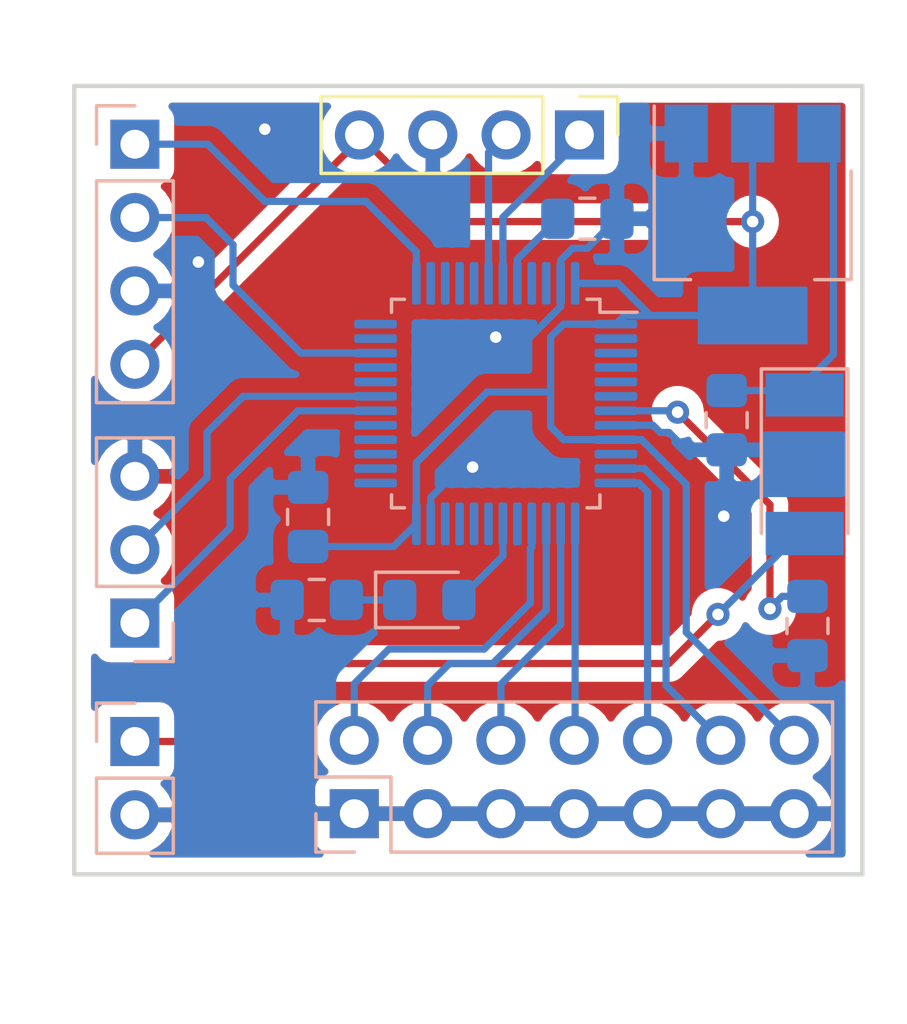
<source format=kicad_pcb>
(kicad_pcb (version 20171130) (host pcbnew "(5.1.6)-1")

  (general
    (thickness 1.6)
    (drawings 4)
    (tracks 128)
    (zones 0)
    (modules 14)
    (nets 47)
  )

  (page A4)
  (layers
    (0 F.Cu signal)
    (31 B.Cu signal)
    (32 B.Adhes user)
    (33 F.Adhes user)
    (34 B.Paste user)
    (35 F.Paste user)
    (36 B.SilkS user)
    (37 F.SilkS user)
    (38 B.Mask user)
    (39 F.Mask user)
    (40 Dwgs.User user)
    (41 Cmts.User user)
    (42 Eco1.User user)
    (43 Eco2.User user)
    (44 Edge.Cuts user)
    (45 Margin user)
    (46 B.CrtYd user)
    (47 F.CrtYd user)
    (48 B.Fab user)
    (49 F.Fab user)
  )

  (setup
    (last_trace_width 0.25)
    (trace_clearance 0.2)
    (zone_clearance 0.508)
    (zone_45_only no)
    (trace_min 0.2)
    (via_size 0.8)
    (via_drill 0.4)
    (via_min_size 0.4)
    (via_min_drill 0.3)
    (uvia_size 0.3)
    (uvia_drill 0.1)
    (uvias_allowed no)
    (uvia_min_size 0.2)
    (uvia_min_drill 0.1)
    (edge_width 0.05)
    (segment_width 0.2)
    (pcb_text_width 0.3)
    (pcb_text_size 1.5 1.5)
    (mod_edge_width 0.12)
    (mod_text_size 1 1)
    (mod_text_width 0.15)
    (pad_size 1.524 1.524)
    (pad_drill 0.762)
    (pad_to_mask_clearance 0.05)
    (aux_axis_origin 0 0)
    (visible_elements 7FFFFFFF)
    (pcbplotparams
      (layerselection 0x010f0_ffffffff)
      (usegerberextensions false)
      (usegerberattributes true)
      (usegerberadvancedattributes true)
      (creategerberjobfile true)
      (excludeedgelayer true)
      (linewidth 0.100000)
      (plotframeref false)
      (viasonmask true)
      (mode 1)
      (useauxorigin false)
      (hpglpennumber 1)
      (hpglpenspeed 20)
      (hpglpendiameter 15.000000)
      (psnegative false)
      (psa4output false)
      (plotreference true)
      (plotvalue true)
      (plotinvisibletext false)
      (padsonsilk false)
      (subtractmaskfromsilk false)
      (outputformat 1)
      (mirror false)
      (drillshape 0)
      (scaleselection 1)
      (outputdirectory "gerber/"))
  )

  (net 0 "")
  (net 1 GND)
  (net 2 "Net-(C1-Pad1)")
  (net 3 +3V3)
  (net 4 +12V)
  (net 5 "Net-(D2-Pad1)")
  (net 6 "Net-(D2-Pad2)")
  (net 7 "Net-(J2-Pad1)")
  (net 8 "Net-(J2-Pad2)")
  (net 9 "Net-(J3-Pad1)")
  (net 10 "Net-(J3-Pad2)")
  (net 11 "Net-(J4-Pad2)")
  (net 12 "Net-(J4-Pad1)")
  (net 13 "Net-(J5-Pad2)")
  (net 14 "Net-(J5-Pad4)")
  (net 15 "Net-(J5-Pad6)")
  (net 16 "Net-(J5-Pad8)")
  (net 17 "Net-(J5-Pad10)")
  (net 18 "Net-(J5-Pad12)")
  (net 19 "Net-(U2-Pad2)")
  (net 20 "Net-(U2-Pad3)")
  (net 21 "Net-(U2-Pad4)")
  (net 22 "Net-(U2-Pad5)")
  (net 23 "Net-(U2-Pad6)")
  (net 24 "Net-(U2-Pad10)")
  (net 25 "Net-(U2-Pad17)")
  (net 26 "Net-(U2-Pad19)")
  (net 27 "Net-(U2-Pad20)")
  (net 28 "Net-(U2-Pad21)")
  (net 29 "Net-(U2-Pad22)")
  (net 30 "Net-(U2-Pad25)")
  (net 31 "Net-(U2-Pad26)")
  (net 32 "Net-(U2-Pad27)")
  (net 33 "Net-(U2-Pad28)")
  (net 34 "Net-(U2-Pad29)")
  (net 35 "Net-(U2-Pad32)")
  (net 36 "Net-(U2-Pad33)")
  (net 37 "Net-(U2-Pad35)")
  (net 38 "Net-(U2-Pad36)")
  (net 39 "Net-(U2-Pad38)")
  (net 40 "Net-(U2-Pad39)")
  (net 41 "Net-(U2-Pad40)")
  (net 42 "Net-(U2-Pad41)")
  (net 43 "Net-(U2-Pad45)")
  (net 44 "Net-(U2-Pad46)")
  (net 45 "Net-(C3-Pad2)")
  (net 46 "Net-(R2-Pad1)")

  (net_class Default "This is the default net class."
    (clearance 0.2)
    (trace_width 0.25)
    (via_dia 0.8)
    (via_drill 0.4)
    (uvia_dia 0.3)
    (uvia_drill 0.1)
    (add_net +12V)
    (add_net +3V3)
    (add_net GND)
    (add_net "Net-(C1-Pad1)")
    (add_net "Net-(C3-Pad2)")
    (add_net "Net-(D2-Pad1)")
    (add_net "Net-(D2-Pad2)")
    (add_net "Net-(J2-Pad1)")
    (add_net "Net-(J2-Pad2)")
    (add_net "Net-(J3-Pad1)")
    (add_net "Net-(J3-Pad2)")
    (add_net "Net-(J4-Pad1)")
    (add_net "Net-(J4-Pad2)")
    (add_net "Net-(J5-Pad10)")
    (add_net "Net-(J5-Pad12)")
    (add_net "Net-(J5-Pad2)")
    (add_net "Net-(J5-Pad4)")
    (add_net "Net-(J5-Pad6)")
    (add_net "Net-(J5-Pad8)")
    (add_net "Net-(R2-Pad1)")
    (add_net "Net-(U2-Pad10)")
    (add_net "Net-(U2-Pad17)")
    (add_net "Net-(U2-Pad19)")
    (add_net "Net-(U2-Pad2)")
    (add_net "Net-(U2-Pad20)")
    (add_net "Net-(U2-Pad21)")
    (add_net "Net-(U2-Pad22)")
    (add_net "Net-(U2-Pad25)")
    (add_net "Net-(U2-Pad26)")
    (add_net "Net-(U2-Pad27)")
    (add_net "Net-(U2-Pad28)")
    (add_net "Net-(U2-Pad29)")
    (add_net "Net-(U2-Pad3)")
    (add_net "Net-(U2-Pad32)")
    (add_net "Net-(U2-Pad33)")
    (add_net "Net-(U2-Pad35)")
    (add_net "Net-(U2-Pad36)")
    (add_net "Net-(U2-Pad38)")
    (add_net "Net-(U2-Pad39)")
    (add_net "Net-(U2-Pad4)")
    (add_net "Net-(U2-Pad40)")
    (add_net "Net-(U2-Pad41)")
    (add_net "Net-(U2-Pad45)")
    (add_net "Net-(U2-Pad46)")
    (add_net "Net-(U2-Pad5)")
    (add_net "Net-(U2-Pad6)")
  )

  (module Connector_PinHeader_2.54mm:PinHeader_1x04_P2.54mm_Vertical (layer F.Cu) (tedit 5FCD1697) (tstamp 5FCD6F5B)
    (at 127.1 80.02)
    (descr "Through hole straight pin header, 1x04, 2.54mm pitch, single row")
    (tags "Through hole pin header THT 1x04 2.54mm single row")
    (path /5FD3430D)
    (fp_text reference J4 (at 0 -2.33) (layer F.SilkS) hide
      (effects (font (size 1 1) (thickness 0.15)))
    )
    (fp_text value Conn_01x04 (at 0 9.95) (layer F.Fab)
      (effects (font (size 1 1) (thickness 0.15)))
    )
    (fp_line (start 1.8 -1.8) (end -1.8 -1.8) (layer F.CrtYd) (width 0.05))
    (fp_line (start 1.8 9.4) (end 1.8 -1.8) (layer F.CrtYd) (width 0.05))
    (fp_line (start -1.8 9.4) (end 1.8 9.4) (layer F.CrtYd) (width 0.05))
    (fp_line (start -1.8 -1.8) (end -1.8 9.4) (layer F.CrtYd) (width 0.05))
    (fp_line (start -1.33 -1.33) (end 0 -1.33) (layer B.SilkS) (width 0.12))
    (fp_line (start -1.33 0) (end -1.33 -1.33) (layer B.SilkS) (width 0.12))
    (fp_line (start -1.33 1.27) (end 1.33 1.27) (layer B.SilkS) (width 0.12))
    (fp_line (start 1.33 1.27) (end 1.33 8.95) (layer B.SilkS) (width 0.12))
    (fp_line (start -1.33 1.27) (end -1.33 8.95) (layer B.SilkS) (width 0.12))
    (fp_line (start -1.33 8.95) (end 1.33 8.95) (layer B.SilkS) (width 0.12))
    (fp_line (start -1.27 -0.635) (end -0.635 -1.27) (layer F.Fab) (width 0.1))
    (fp_line (start -1.27 8.89) (end -1.27 -0.635) (layer F.Fab) (width 0.1))
    (fp_line (start 1.27 8.89) (end -1.27 8.89) (layer F.Fab) (width 0.1))
    (fp_line (start 1.27 -1.27) (end 1.27 8.89) (layer F.Fab) (width 0.1))
    (fp_line (start -0.635 -1.27) (end 1.27 -1.27) (layer F.Fab) (width 0.1))
    (fp_text user %R (at 0 3.81 90) (layer F.Fab)
      (effects (font (size 1 1) (thickness 0.15)))
    )
    (pad 4 thru_hole oval (at 0 7.62) (size 1.7 1.7) (drill 1) (layers *.Cu *.Mask)
      (net 3 +3V3))
    (pad 3 thru_hole oval (at 0 5.08) (size 1.7 1.7) (drill 1) (layers *.Cu *.Mask)
      (net 1 GND))
    (pad 2 thru_hole oval (at 0 2.54) (size 1.7 1.7) (drill 1) (layers *.Cu *.Mask)
      (net 11 "Net-(J4-Pad2)"))
    (pad 1 thru_hole rect (at 0 0) (size 1.7 1.7) (drill 1) (layers *.Cu *.Mask)
      (net 12 "Net-(J4-Pad1)"))
    (model ${KISYS3DMOD}/Connector_PinHeader_2.54mm.3dshapes/PinHeader_1x04_P2.54mm_Vertical.wrl
      (at (xyz 0 0 0))
      (scale (xyz 1 1 1))
      (rotate (xyz 0 0 0))
    )
  )

  (module Connector_PinHeader_2.54mm:PinHeader_1x03_P2.54mm_Vertical (layer F.Cu) (tedit 5FCD166C) (tstamp 5FCD79A2)
    (at 127.1 96.6 180)
    (descr "Through hole straight pin header, 1x03, 2.54mm pitch, single row")
    (tags "Through hole pin header THT 1x03 2.54mm single row")
    (path /5FD3E2DD)
    (fp_text reference J3 (at 0 -2.33 180) (layer F.SilkS) hide
      (effects (font (size 1 1) (thickness 0.15)))
    )
    (fp_text value Conn_01x03 (at 0 7.41 180) (layer F.Fab)
      (effects (font (size 1 1) (thickness 0.15)))
    )
    (fp_line (start -0.635 -1.27) (end 1.27 -1.27) (layer F.Fab) (width 0.1))
    (fp_line (start 1.27 -1.27) (end 1.27 6.35) (layer F.Fab) (width 0.1))
    (fp_line (start 1.27 6.35) (end -1.27 6.35) (layer F.Fab) (width 0.1))
    (fp_line (start -1.27 6.35) (end -1.27 -0.635) (layer F.Fab) (width 0.1))
    (fp_line (start -1.27 -0.635) (end -0.635 -1.27) (layer F.Fab) (width 0.1))
    (fp_line (start -1.33 6.41) (end 1.33 6.41) (layer B.SilkS) (width 0.12))
    (fp_line (start -1.33 1.27) (end -1.33 6.41) (layer B.SilkS) (width 0.12))
    (fp_line (start 1.33 1.27) (end 1.33 6.41) (layer B.SilkS) (width 0.12))
    (fp_line (start -1.33 1.27) (end 1.33 1.27) (layer B.SilkS) (width 0.12))
    (fp_line (start -1.33 0) (end -1.33 -1.33) (layer B.SilkS) (width 0.12))
    (fp_line (start -1.33 -1.33) (end 0 -1.33) (layer B.SilkS) (width 0.12))
    (fp_line (start -1.8 -1.8) (end -1.8 6.85) (layer F.CrtYd) (width 0.05))
    (fp_line (start -1.8 6.85) (end 1.8 6.85) (layer F.CrtYd) (width 0.05))
    (fp_line (start 1.8 6.85) (end 1.8 -1.8) (layer F.CrtYd) (width 0.05))
    (fp_line (start 1.8 -1.8) (end -1.8 -1.8) (layer F.CrtYd) (width 0.05))
    (fp_text user %R (at 0 2.54 270) (layer F.Fab)
      (effects (font (size 1 1) (thickness 0.15)))
    )
    (pad 1 thru_hole rect (at 0 0 180) (size 1.7 1.7) (drill 1) (layers *.Cu *.Mask)
      (net 9 "Net-(J3-Pad1)"))
    (pad 2 thru_hole oval (at 0 2.54 180) (size 1.7 1.7) (drill 1) (layers *.Cu *.Mask)
      (net 10 "Net-(J3-Pad2)"))
    (pad 3 thru_hole oval (at 0 5.08 180) (size 1.7 1.7) (drill 1) (layers *.Cu *.Mask)
      (net 1 GND))
    (model ${KISYS3DMOD}/Connector_PinHeader_2.54mm.3dshapes/PinHeader_1x03_P2.54mm_Vertical.wrl
      (at (xyz 0 0 0))
      (scale (xyz 1 1 1))
      (rotate (xyz 0 0 0))
    )
  )

  (module Connector_PinHeader_2.54mm:PinHeader_1x02_P2.54mm_Vertical (layer F.Cu) (tedit 5FCD1649) (tstamp 5FCD6F14)
    (at 127.1 100.7)
    (descr "Through hole straight pin header, 1x02, 2.54mm pitch, single row")
    (tags "Through hole pin header THT 1x02 2.54mm single row")
    (path /5FD1C118)
    (fp_text reference J1 (at 0 -2.33) (layer F.SilkS) hide
      (effects (font (size 1 1) (thickness 0.15)))
    )
    (fp_text value Conn_01x02 (at 0 4.87) (layer F.Fab)
      (effects (font (size 1 1) (thickness 0.15)))
    )
    (fp_line (start -0.635 -1.27) (end 1.27 -1.27) (layer F.Fab) (width 0.1))
    (fp_line (start 1.27 -1.27) (end 1.27 3.81) (layer F.Fab) (width 0.1))
    (fp_line (start 1.27 3.81) (end -1.27 3.81) (layer F.Fab) (width 0.1))
    (fp_line (start -1.27 3.81) (end -1.27 -0.635) (layer F.Fab) (width 0.1))
    (fp_line (start -1.27 -0.635) (end -0.635 -1.27) (layer F.Fab) (width 0.1))
    (fp_line (start -1.33 3.87) (end 1.33 3.87) (layer B.SilkS) (width 0.12))
    (fp_line (start -1.33 1.27) (end -1.33 3.87) (layer B.SilkS) (width 0.12))
    (fp_line (start 1.33 1.27) (end 1.33 3.87) (layer B.SilkS) (width 0.12))
    (fp_line (start -1.33 1.27) (end 1.33 1.27) (layer B.SilkS) (width 0.12))
    (fp_line (start -1.33 0) (end -1.33 -1.33) (layer B.SilkS) (width 0.12))
    (fp_line (start -1.33 -1.33) (end 0 -1.33) (layer B.SilkS) (width 0.12))
    (fp_line (start -1.8 -1.8) (end -1.8 4.35) (layer F.CrtYd) (width 0.05))
    (fp_line (start -1.8 4.35) (end 1.8 4.35) (layer F.CrtYd) (width 0.05))
    (fp_line (start 1.8 4.35) (end 1.8 -1.8) (layer F.CrtYd) (width 0.05))
    (fp_line (start 1.8 -1.8) (end -1.8 -1.8) (layer F.CrtYd) (width 0.05))
    (fp_text user %R (at 0.124999 1.074999 90) (layer F.Fab)
      (effects (font (size 1 1) (thickness 0.15)))
    )
    (pad 1 thru_hole rect (at 0 0) (size 1.7 1.7) (drill 1) (layers *.Cu *.Mask)
      (net 4 +12V))
    (pad 2 thru_hole oval (at 0 2.54) (size 1.7 1.7) (drill 1) (layers *.Cu *.Mask)
      (net 1 GND))
    (model ${KISYS3DMOD}/Connector_PinHeader_2.54mm.3dshapes/PinHeader_1x02_P2.54mm_Vertical.wrl
      (at (xyz 0 0 0))
      (scale (xyz 1 1 1))
      (rotate (xyz 0 0 0))
    )
  )

  (module Connector_PinHeader_2.54mm:PinHeader_2x07_P2.54mm_Vertical (layer F.Cu) (tedit 5FCD1504) (tstamp 5FCD6F7F)
    (at 134.7 103.2 90)
    (descr "Through hole straight pin header, 2x07, 2.54mm pitch, double rows")
    (tags "Through hole pin header THT 2x07 2.54mm double row")
    (path /5FCF0A96)
    (fp_text reference J5 (at 1.27 -2.33 90) (layer F.SilkS) hide
      (effects (font (size 1 1) (thickness 0.15)))
    )
    (fp_text value Conn_02x07_Odd_Even (at 1.27 17.57 90) (layer F.Fab)
      (effects (font (size 1 1) (thickness 0.15)))
    )
    (fp_line (start 0 -1.27) (end 3.81 -1.27) (layer F.Fab) (width 0.1))
    (fp_line (start 3.81 -1.27) (end 3.81 16.51) (layer F.Fab) (width 0.1))
    (fp_line (start 3.81 16.51) (end -1.27 16.51) (layer F.Fab) (width 0.1))
    (fp_line (start -1.27 16.51) (end -1.27 0) (layer F.Fab) (width 0.1))
    (fp_line (start -1.27 0) (end 0 -1.27) (layer F.Fab) (width 0.1))
    (fp_line (start -1.33 16.57) (end 3.87 16.57) (layer B.SilkS) (width 0.12))
    (fp_line (start -1.33 1.27) (end -1.33 16.57) (layer B.SilkS) (width 0.12))
    (fp_line (start 3.87 -1.33) (end 3.87 16.57) (layer B.SilkS) (width 0.12))
    (fp_line (start -1.33 1.27) (end 1.27 1.27) (layer B.SilkS) (width 0.12))
    (fp_line (start 1.27 1.27) (end 1.27 -1.33) (layer B.SilkS) (width 0.12))
    (fp_line (start 1.27 -1.33) (end 3.87 -1.33) (layer B.SilkS) (width 0.12))
    (fp_line (start -1.33 0) (end -1.33 -1.33) (layer B.SilkS) (width 0.12))
    (fp_line (start -1.33 -1.33) (end 0 -1.33) (layer B.SilkS) (width 0.12))
    (fp_line (start -1.8 -1.8) (end -1.8 17.05) (layer F.CrtYd) (width 0.05))
    (fp_line (start -1.8 17.05) (end 4.35 17.05) (layer F.CrtYd) (width 0.05))
    (fp_line (start 4.35 17.05) (end 4.35 -1.8) (layer F.CrtYd) (width 0.05))
    (fp_line (start 4.35 -1.8) (end -1.8 -1.8) (layer F.CrtYd) (width 0.05))
    (fp_text user %R (at 1.27 7.62 180) (layer F.Fab)
      (effects (font (size 1 1) (thickness 0.15)))
    )
    (pad 1 thru_hole rect (at 0 0 90) (size 1.7 1.7) (drill 1) (layers *.Cu *.Mask)
      (net 1 GND))
    (pad 2 thru_hole oval (at 2.54 0 90) (size 1.7 1.7) (drill 1) (layers *.Cu *.Mask)
      (net 13 "Net-(J5-Pad2)"))
    (pad 3 thru_hole oval (at 0 2.54 90) (size 1.7 1.7) (drill 1) (layers *.Cu *.Mask)
      (net 1 GND))
    (pad 4 thru_hole oval (at 2.54 2.54 90) (size 1.7 1.7) (drill 1) (layers *.Cu *.Mask)
      (net 14 "Net-(J5-Pad4)"))
    (pad 5 thru_hole oval (at 0 5.08 90) (size 1.7 1.7) (drill 1) (layers *.Cu *.Mask)
      (net 1 GND))
    (pad 6 thru_hole oval (at 2.54 5.08 90) (size 1.7 1.7) (drill 1) (layers *.Cu *.Mask)
      (net 15 "Net-(J5-Pad6)"))
    (pad 7 thru_hole oval (at 0 7.62 90) (size 1.7 1.7) (drill 1) (layers *.Cu *.Mask)
      (net 1 GND))
    (pad 8 thru_hole oval (at 2.54 7.62 90) (size 1.7 1.7) (drill 1) (layers *.Cu *.Mask)
      (net 16 "Net-(J5-Pad8)"))
    (pad 9 thru_hole oval (at 0 10.16 90) (size 1.7 1.7) (drill 1) (layers *.Cu *.Mask)
      (net 1 GND))
    (pad 10 thru_hole oval (at 2.54 10.16 90) (size 1.7 1.7) (drill 1) (layers *.Cu *.Mask)
      (net 17 "Net-(J5-Pad10)"))
    (pad 11 thru_hole oval (at 0 12.7 90) (size 1.7 1.7) (drill 1) (layers *.Cu *.Mask)
      (net 1 GND))
    (pad 12 thru_hole oval (at 2.54 12.7 90) (size 1.7 1.7) (drill 1) (layers *.Cu *.Mask)
      (net 18 "Net-(J5-Pad12)"))
    (pad 13 thru_hole oval (at 0 15.24 90) (size 1.7 1.7) (drill 1) (layers *.Cu *.Mask)
      (net 1 GND))
    (pad 14 thru_hole oval (at 2.54 15.24 90) (size 1.7 1.7) (drill 1) (layers *.Cu *.Mask)
      (net 3 +3V3))
    (model ${KISYS3DMOD}/Connector_PinHeader_2.54mm.3dshapes/PinHeader_2x07_P2.54mm_Vertical.wrl
      (at (xyz 0 0 0))
      (scale (xyz 1 1 1))
      (rotate (xyz 0 0 0))
    )
  )

  (module Capacitor_SMD:C_0805_2012Metric_Pad1.15x1.40mm_HandSolder (layer B.Cu) (tedit 5B36C52B) (tstamp 5FCD6EC2)
    (at 147.6 89.575 270)
    (descr "Capacitor SMD 0805 (2012 Metric), square (rectangular) end terminal, IPC_7351 nominal with elongated pad for handsoldering. (Body size source: https://docs.google.com/spreadsheets/d/1BsfQQcO9C6DZCsRaXUlFlo91Tg2WpOkGARC1WS5S8t0/edit?usp=sharing), generated with kicad-footprint-generator")
    (tags "capacitor handsolder")
    (path /5FCDE5DA)
    (attr smd)
    (fp_text reference C1 (at 0 1.65 90) (layer B.SilkS) hide
      (effects (font (size 1 1) (thickness 0.15)) (justify mirror))
    )
    (fp_text value 100n (at 0 -1.65 90) (layer B.Fab)
      (effects (font (size 1 1) (thickness 0.15)) (justify mirror))
    )
    (fp_line (start 1.85 -0.95) (end -1.85 -0.95) (layer B.CrtYd) (width 0.05))
    (fp_line (start 1.85 0.95) (end 1.85 -0.95) (layer B.CrtYd) (width 0.05))
    (fp_line (start -1.85 0.95) (end 1.85 0.95) (layer B.CrtYd) (width 0.05))
    (fp_line (start -1.85 -0.95) (end -1.85 0.95) (layer B.CrtYd) (width 0.05))
    (fp_line (start -0.261252 -0.71) (end 0.261252 -0.71) (layer B.SilkS) (width 0.12))
    (fp_line (start -0.261252 0.71) (end 0.261252 0.71) (layer B.SilkS) (width 0.12))
    (fp_line (start 1 -0.6) (end -1 -0.6) (layer B.Fab) (width 0.1))
    (fp_line (start 1 0.6) (end 1 -0.6) (layer B.Fab) (width 0.1))
    (fp_line (start -1 0.6) (end 1 0.6) (layer B.Fab) (width 0.1))
    (fp_line (start -1 -0.6) (end -1 0.6) (layer B.Fab) (width 0.1))
    (fp_text user %R (at 0 0 90) (layer B.Fab)
      (effects (font (size 0.5 0.5) (thickness 0.08)) (justify mirror))
    )
    (pad 2 smd roundrect (at 1.025 0 270) (size 1.15 1.4) (layers B.Cu B.Paste B.Mask) (roundrect_rratio 0.217391)
      (net 1 GND))
    (pad 1 smd roundrect (at -1.025 0 270) (size 1.15 1.4) (layers B.Cu B.Paste B.Mask) (roundrect_rratio 0.217391)
      (net 2 "Net-(C1-Pad1)"))
    (model ${KISYS3DMOD}/Capacitor_SMD.3dshapes/C_0805_2012Metric.wrl
      (at (xyz 0 0 0))
      (scale (xyz 1 1 1))
      (rotate (xyz 0 0 0))
    )
  )

  (module Capacitor_SMD:C_0805_2012Metric_Pad1.15x1.40mm_HandSolder (layer B.Cu) (tedit 5B36C52B) (tstamp 5FCD6ED3)
    (at 133.1 92.925 90)
    (descr "Capacitor SMD 0805 (2012 Metric), square (rectangular) end terminal, IPC_7351 nominal with elongated pad for handsoldering. (Body size source: https://docs.google.com/spreadsheets/d/1BsfQQcO9C6DZCsRaXUlFlo91Tg2WpOkGARC1WS5S8t0/edit?usp=sharing), generated with kicad-footprint-generator")
    (tags "capacitor handsolder")
    (path /5FCDD0B2)
    (attr smd)
    (fp_text reference C2 (at 0 1.65 90) (layer B.SilkS) hide
      (effects (font (size 1 1) (thickness 0.15)) (justify mirror))
    )
    (fp_text value 100n (at 0 -1.65 90) (layer B.Fab)
      (effects (font (size 1 1) (thickness 0.15)) (justify mirror))
    )
    (fp_line (start -1 -0.6) (end -1 0.6) (layer B.Fab) (width 0.1))
    (fp_line (start -1 0.6) (end 1 0.6) (layer B.Fab) (width 0.1))
    (fp_line (start 1 0.6) (end 1 -0.6) (layer B.Fab) (width 0.1))
    (fp_line (start 1 -0.6) (end -1 -0.6) (layer B.Fab) (width 0.1))
    (fp_line (start -0.261252 0.71) (end 0.261252 0.71) (layer B.SilkS) (width 0.12))
    (fp_line (start -0.261252 -0.71) (end 0.261252 -0.71) (layer B.SilkS) (width 0.12))
    (fp_line (start -1.85 -0.95) (end -1.85 0.95) (layer B.CrtYd) (width 0.05))
    (fp_line (start -1.85 0.95) (end 1.85 0.95) (layer B.CrtYd) (width 0.05))
    (fp_line (start 1.85 0.95) (end 1.85 -0.95) (layer B.CrtYd) (width 0.05))
    (fp_line (start 1.85 -0.95) (end -1.85 -0.95) (layer B.CrtYd) (width 0.05))
    (fp_text user %R (at 0 0 90) (layer B.Fab)
      (effects (font (size 0.5 0.5) (thickness 0.08)) (justify mirror))
    )
    (pad 1 smd roundrect (at -1.025 0 90) (size 1.15 1.4) (layers B.Cu B.Paste B.Mask) (roundrect_rratio 0.217391)
      (net 3 +3V3))
    (pad 2 smd roundrect (at 1.025 0 90) (size 1.15 1.4) (layers B.Cu B.Paste B.Mask) (roundrect_rratio 0.217391)
      (net 1 GND))
    (model ${KISYS3DMOD}/Capacitor_SMD.3dshapes/C_0805_2012Metric.wrl
      (at (xyz 0 0 0))
      (scale (xyz 1 1 1))
      (rotate (xyz 0 0 0))
    )
  )

  (module Diode_SMD:D_MELF (layer B.Cu) (tedit 5905D864) (tstamp 5FCD6EEB)
    (at 150.3 91.1 270)
    (descr "Diode, MELF,,")
    (tags "Diode MELF ")
    (path /5FCE1F34)
    (attr smd)
    (fp_text reference D1 (at 0 2.5 90) (layer B.SilkS) hide
      (effects (font (size 1 1) (thickness 0.15)) (justify mirror))
    )
    (fp_text value 1N4007-SMD (at -0.25 -2.5 90) (layer B.Fab)
      (effects (font (size 1 1) (thickness 0.15)) (justify mirror))
    )
    (fp_line (start 2.4 1.5) (end -3.3 1.5) (layer B.SilkS) (width 0.12))
    (fp_line (start -3.3 1.5) (end -3.3 -1.5) (layer B.SilkS) (width 0.12))
    (fp_line (start -3.3 -1.5) (end 2.4 -1.5) (layer B.SilkS) (width 0.12))
    (fp_line (start 2.6 1.3) (end -2.6 1.3) (layer B.Fab) (width 0.1))
    (fp_line (start -2.6 1.3) (end -2.6 -1.3) (layer B.Fab) (width 0.1))
    (fp_line (start -2.6 -1.3) (end 2.6 -1.3) (layer B.Fab) (width 0.1))
    (fp_line (start 2.6 -1.3) (end 2.6 1.3) (layer B.Fab) (width 0.1))
    (fp_line (start -0.64944 -0.00102) (end -1.55114 -0.00102) (layer B.Fab) (width 0.1))
    (fp_line (start 0.50118 -0.00102) (end 1.4994 -0.00102) (layer B.Fab) (width 0.1))
    (fp_line (start -0.64944 0.79908) (end -0.64944 -0.80112) (layer B.Fab) (width 0.1))
    (fp_line (start 0.50118 -0.75032) (end 0.50118 0.79908) (layer B.Fab) (width 0.1))
    (fp_line (start -0.64944 -0.00102) (end 0.50118 -0.75032) (layer B.Fab) (width 0.1))
    (fp_line (start -0.64944 -0.00102) (end 0.50118 0.79908) (layer B.Fab) (width 0.1))
    (fp_line (start -3.4 1.6) (end 3.4 1.6) (layer B.CrtYd) (width 0.05))
    (fp_line (start 3.4 1.6) (end 3.4 -1.6) (layer B.CrtYd) (width 0.05))
    (fp_line (start 3.4 -1.6) (end -3.4 -1.6) (layer B.CrtYd) (width 0.05))
    (fp_line (start -3.4 -1.6) (end -3.4 1.6) (layer B.CrtYd) (width 0.05))
    (fp_text user %R (at 0 2.5 90) (layer B.Fab)
      (effects (font (size 1 1) (thickness 0.15)) (justify mirror))
    )
    (pad 1 smd rect (at -2.4 0 270) (size 1.5 2.7) (layers B.Cu B.Paste B.Mask)
      (net 2 "Net-(C1-Pad1)"))
    (pad 2 smd rect (at 2.4 0 270) (size 1.5 2.7) (layers B.Cu B.Paste B.Mask)
      (net 4 +12V))
    (model ${KISYS3DMOD}/Diode_SMD.3dshapes/D_MELF.wrl
      (at (xyz 0 0 0))
      (scale (xyz 1 1 1))
      (rotate (xyz 0 0 0))
    )
  )

  (module LED_SMD:LED_0805_2012Metric_Pad1.15x1.40mm_HandSolder (layer B.Cu) (tedit 5B4B45C9) (tstamp 5FCD6EFE)
    (at 137.3 95.8)
    (descr "LED SMD 0805 (2012 Metric), square (rectangular) end terminal, IPC_7351 nominal, (Body size source: https://docs.google.com/spreadsheets/d/1BsfQQcO9C6DZCsRaXUlFlo91Tg2WpOkGARC1WS5S8t0/edit?usp=sharing), generated with kicad-footprint-generator")
    (tags "LED handsolder")
    (path /5FD2978D)
    (attr smd)
    (fp_text reference D2 (at 0 1.65) (layer B.SilkS) hide
      (effects (font (size 1 1) (thickness 0.15)) (justify mirror))
    )
    (fp_text value LED (at 0 -1.65) (layer B.Fab)
      (effects (font (size 1 1) (thickness 0.15)) (justify mirror))
    )
    (fp_line (start 1 0.6) (end -0.7 0.6) (layer B.Fab) (width 0.1))
    (fp_line (start -0.7 0.6) (end -1 0.3) (layer B.Fab) (width 0.1))
    (fp_line (start -1 0.3) (end -1 -0.6) (layer B.Fab) (width 0.1))
    (fp_line (start -1 -0.6) (end 1 -0.6) (layer B.Fab) (width 0.1))
    (fp_line (start 1 -0.6) (end 1 0.6) (layer B.Fab) (width 0.1))
    (fp_line (start 1 0.96) (end -1.86 0.96) (layer B.SilkS) (width 0.12))
    (fp_line (start -1.86 0.96) (end -1.86 -0.96) (layer B.SilkS) (width 0.12))
    (fp_line (start -1.86 -0.96) (end 1 -0.96) (layer B.SilkS) (width 0.12))
    (fp_line (start -1.85 -0.95) (end -1.85 0.95) (layer B.CrtYd) (width 0.05))
    (fp_line (start -1.85 0.95) (end 1.85 0.95) (layer B.CrtYd) (width 0.05))
    (fp_line (start 1.85 0.95) (end 1.85 -0.95) (layer B.CrtYd) (width 0.05))
    (fp_line (start 1.85 -0.95) (end -1.85 -0.95) (layer B.CrtYd) (width 0.05))
    (fp_text user %R (at 0 0) (layer B.Fab)
      (effects (font (size 0.5 0.5) (thickness 0.08)) (justify mirror))
    )
    (pad 1 smd roundrect (at -1.025 0) (size 1.15 1.4) (layers B.Cu B.Paste B.Mask) (roundrect_rratio 0.217391)
      (net 5 "Net-(D2-Pad1)"))
    (pad 2 smd roundrect (at 1.025 0) (size 1.15 1.4) (layers B.Cu B.Paste B.Mask) (roundrect_rratio 0.217391)
      (net 6 "Net-(D2-Pad2)"))
    (model ${KISYS3DMOD}/LED_SMD.3dshapes/LED_0805_2012Metric.wrl
      (at (xyz 0 0 0))
      (scale (xyz 1 1 1))
      (rotate (xyz 0 0 0))
    )
  )

  (module Connector_PinHeader_2.54mm:PinHeader_1x04_P2.54mm_Vertical (layer F.Cu) (tedit 59FED5CC) (tstamp 5FCD6F2C)
    (at 142.5 79.7 270)
    (descr "Through hole straight pin header, 1x04, 2.54mm pitch, single row")
    (tags "Through hole pin header THT 1x04 2.54mm single row")
    (path /5FCD1D8E)
    (fp_text reference J2 (at 0 -2.33 90) (layer F.SilkS) hide
      (effects (font (size 1 1) (thickness 0.15)))
    )
    (fp_text value Conn_01x04 (at 0 9.95 90) (layer F.Fab)
      (effects (font (size 1 1) (thickness 0.15)))
    )
    (fp_line (start -0.635 -1.27) (end 1.27 -1.27) (layer F.Fab) (width 0.1))
    (fp_line (start 1.27 -1.27) (end 1.27 8.89) (layer F.Fab) (width 0.1))
    (fp_line (start 1.27 8.89) (end -1.27 8.89) (layer F.Fab) (width 0.1))
    (fp_line (start -1.27 8.89) (end -1.27 -0.635) (layer F.Fab) (width 0.1))
    (fp_line (start -1.27 -0.635) (end -0.635 -1.27) (layer F.Fab) (width 0.1))
    (fp_line (start -1.33 8.95) (end 1.33 8.95) (layer F.SilkS) (width 0.12))
    (fp_line (start -1.33 1.27) (end -1.33 8.95) (layer F.SilkS) (width 0.12))
    (fp_line (start 1.33 1.27) (end 1.33 8.95) (layer F.SilkS) (width 0.12))
    (fp_line (start -1.33 1.27) (end 1.33 1.27) (layer F.SilkS) (width 0.12))
    (fp_line (start -1.33 0) (end -1.33 -1.33) (layer F.SilkS) (width 0.12))
    (fp_line (start -1.33 -1.33) (end 0 -1.33) (layer F.SilkS) (width 0.12))
    (fp_line (start -1.8 -1.8) (end -1.8 9.4) (layer F.CrtYd) (width 0.05))
    (fp_line (start -1.8 9.4) (end 1.8 9.4) (layer F.CrtYd) (width 0.05))
    (fp_line (start 1.8 9.4) (end 1.8 -1.8) (layer F.CrtYd) (width 0.05))
    (fp_line (start 1.8 -1.8) (end -1.8 -1.8) (layer F.CrtYd) (width 0.05))
    (fp_text user %R (at 0 3.81) (layer F.Fab)
      (effects (font (size 1 1) (thickness 0.15)))
    )
    (pad 1 thru_hole rect (at 0 0 270) (size 1.7 1.7) (drill 1) (layers *.Cu *.Mask)
      (net 7 "Net-(J2-Pad1)"))
    (pad 2 thru_hole oval (at 0 2.54 270) (size 1.7 1.7) (drill 1) (layers *.Cu *.Mask)
      (net 8 "Net-(J2-Pad2)"))
    (pad 3 thru_hole oval (at 0 5.08 270) (size 1.7 1.7) (drill 1) (layers *.Cu *.Mask)
      (net 1 GND))
    (pad 4 thru_hole oval (at 0 7.62 270) (size 1.7 1.7) (drill 1) (layers *.Cu *.Mask)
      (net 3 +3V3))
    (model ${KISYS3DMOD}/Connector_PinHeader_2.54mm.3dshapes/PinHeader_1x04_P2.54mm_Vertical.wrl
      (at (xyz 0 0 0))
      (scale (xyz 1 1 1))
      (rotate (xyz 0 0 0))
    )
  )

  (module Resistor_SMD:R_0805_2012Metric_Pad1.15x1.40mm_HandSolder (layer B.Cu) (tedit 5B36C52B) (tstamp 5FCD6F90)
    (at 133.4 95.8 180)
    (descr "Resistor SMD 0805 (2012 Metric), square (rectangular) end terminal, IPC_7351 nominal with elongated pad for handsoldering. (Body size source: https://docs.google.com/spreadsheets/d/1BsfQQcO9C6DZCsRaXUlFlo91Tg2WpOkGARC1WS5S8t0/edit?usp=sharing), generated with kicad-footprint-generator")
    (tags "resistor handsolder")
    (path /5FD2B311)
    (attr smd)
    (fp_text reference R1 (at 0 1.65) (layer B.SilkS) hide
      (effects (font (size 1 1) (thickness 0.15)) (justify mirror))
    )
    (fp_text value 1k (at 0 -1.65) (layer B.Fab)
      (effects (font (size 1 1) (thickness 0.15)) (justify mirror))
    )
    (fp_line (start -1 -0.6) (end -1 0.6) (layer B.Fab) (width 0.1))
    (fp_line (start -1 0.6) (end 1 0.6) (layer B.Fab) (width 0.1))
    (fp_line (start 1 0.6) (end 1 -0.6) (layer B.Fab) (width 0.1))
    (fp_line (start 1 -0.6) (end -1 -0.6) (layer B.Fab) (width 0.1))
    (fp_line (start -0.261252 0.71) (end 0.261252 0.71) (layer B.SilkS) (width 0.12))
    (fp_line (start -0.261252 -0.71) (end 0.261252 -0.71) (layer B.SilkS) (width 0.12))
    (fp_line (start -1.85 -0.95) (end -1.85 0.95) (layer B.CrtYd) (width 0.05))
    (fp_line (start -1.85 0.95) (end 1.85 0.95) (layer B.CrtYd) (width 0.05))
    (fp_line (start 1.85 0.95) (end 1.85 -0.95) (layer B.CrtYd) (width 0.05))
    (fp_line (start 1.85 -0.95) (end -1.85 -0.95) (layer B.CrtYd) (width 0.05))
    (fp_text user %R (at 0 0) (layer B.Fab)
      (effects (font (size 0.5 0.5) (thickness 0.08)) (justify mirror))
    )
    (pad 1 smd roundrect (at -1.025 0 180) (size 1.15 1.4) (layers B.Cu B.Paste B.Mask) (roundrect_rratio 0.217391)
      (net 5 "Net-(D2-Pad1)"))
    (pad 2 smd roundrect (at 1.025 0 180) (size 1.15 1.4) (layers B.Cu B.Paste B.Mask) (roundrect_rratio 0.217391)
      (net 1 GND))
    (model ${KISYS3DMOD}/Resistor_SMD.3dshapes/R_0805_2012Metric.wrl
      (at (xyz 0 0 0))
      (scale (xyz 1 1 1))
      (rotate (xyz 0 0 0))
    )
  )

  (module Package_TO_SOT_SMD:SOT-223-3_TabPin2 (layer B.Cu) (tedit 5A02FF57) (tstamp 5FCD6FA6)
    (at 148.5 82.8 270)
    (descr "module CMS SOT223 4 pins")
    (tags "CMS SOT")
    (path /5FCDACE9)
    (attr smd)
    (fp_text reference U1 (at 0 4.5 270) (layer B.SilkS) hide
      (effects (font (size 1 1) (thickness 0.15)) (justify mirror))
    )
    (fp_text value AMS1117-3.3 (at 0 -4.5 270) (layer B.Fab)
      (effects (font (size 1 1) (thickness 0.15)) (justify mirror))
    )
    (fp_line (start 1.91 -3.41) (end 1.91 -2.15) (layer B.SilkS) (width 0.12))
    (fp_line (start 1.91 3.41) (end 1.91 2.15) (layer B.SilkS) (width 0.12))
    (fp_line (start 4.4 3.6) (end -4.4 3.6) (layer B.CrtYd) (width 0.05))
    (fp_line (start 4.4 -3.6) (end 4.4 3.6) (layer B.CrtYd) (width 0.05))
    (fp_line (start -4.4 -3.6) (end 4.4 -3.6) (layer B.CrtYd) (width 0.05))
    (fp_line (start -4.4 3.6) (end -4.4 -3.6) (layer B.CrtYd) (width 0.05))
    (fp_line (start -1.85 2.35) (end -0.85 3.35) (layer B.Fab) (width 0.1))
    (fp_line (start -1.85 2.35) (end -1.85 -3.35) (layer B.Fab) (width 0.1))
    (fp_line (start -1.85 -3.41) (end 1.91 -3.41) (layer B.SilkS) (width 0.12))
    (fp_line (start -0.85 3.35) (end 1.85 3.35) (layer B.Fab) (width 0.1))
    (fp_line (start -4.1 3.41) (end 1.91 3.41) (layer B.SilkS) (width 0.12))
    (fp_line (start -1.85 -3.35) (end 1.85 -3.35) (layer B.Fab) (width 0.1))
    (fp_line (start 1.85 3.35) (end 1.85 -3.35) (layer B.Fab) (width 0.1))
    (fp_text user %R (at 0 0) (layer B.Fab)
      (effects (font (size 0.8 0.8) (thickness 0.12)) (justify mirror))
    )
    (pad 2 smd rect (at 3.15 0 270) (size 2 3.8) (layers B.Cu B.Paste B.Mask)
      (net 3 +3V3))
    (pad 2 smd rect (at -3.15 0 270) (size 2 1.5) (layers B.Cu B.Paste B.Mask)
      (net 3 +3V3))
    (pad 3 smd rect (at -3.15 -2.3 270) (size 2 1.5) (layers B.Cu B.Paste B.Mask)
      (net 2 "Net-(C1-Pad1)"))
    (pad 1 smd rect (at -3.15 2.3 270) (size 2 1.5) (layers B.Cu B.Paste B.Mask)
      (net 1 GND))
    (model ${KISYS3DMOD}/Package_TO_SOT_SMD.3dshapes/SOT-223.wrl
      (at (xyz 0 0 0))
      (scale (xyz 1 1 1))
      (rotate (xyz 0 0 0))
    )
  )

  (module Package_QFP:LQFP-48_7x7mm_P0.5mm (layer B.Cu) (tedit 5D9F72AF) (tstamp 5FCD7001)
    (at 139.6 89 180)
    (descr "LQFP, 48 Pin (https://www.analog.com/media/en/technical-documentation/data-sheets/ltc2358-16.pdf), generated with kicad-footprint-generator ipc_gullwing_generator.py")
    (tags "LQFP QFP")
    (path /5FCD0C83)
    (attr smd)
    (fp_text reference U2 (at 0 5.85) (layer B.SilkS) hide
      (effects (font (size 1 1) (thickness 0.15)) (justify mirror))
    )
    (fp_text value STM32F030C8Tx (at 0 -5.85) (layer B.Fab)
      (effects (font (size 1 1) (thickness 0.15)) (justify mirror))
    )
    (fp_line (start 3.16 -3.61) (end 3.61 -3.61) (layer B.SilkS) (width 0.12))
    (fp_line (start 3.61 -3.61) (end 3.61 -3.16) (layer B.SilkS) (width 0.12))
    (fp_line (start -3.16 -3.61) (end -3.61 -3.61) (layer B.SilkS) (width 0.12))
    (fp_line (start -3.61 -3.61) (end -3.61 -3.16) (layer B.SilkS) (width 0.12))
    (fp_line (start 3.16 3.61) (end 3.61 3.61) (layer B.SilkS) (width 0.12))
    (fp_line (start 3.61 3.61) (end 3.61 3.16) (layer B.SilkS) (width 0.12))
    (fp_line (start -3.16 3.61) (end -3.61 3.61) (layer B.SilkS) (width 0.12))
    (fp_line (start -3.61 3.61) (end -3.61 3.16) (layer B.SilkS) (width 0.12))
    (fp_line (start -3.61 3.16) (end -4.9 3.16) (layer B.SilkS) (width 0.12))
    (fp_line (start -2.5 3.5) (end 3.5 3.5) (layer B.Fab) (width 0.1))
    (fp_line (start 3.5 3.5) (end 3.5 -3.5) (layer B.Fab) (width 0.1))
    (fp_line (start 3.5 -3.5) (end -3.5 -3.5) (layer B.Fab) (width 0.1))
    (fp_line (start -3.5 -3.5) (end -3.5 2.5) (layer B.Fab) (width 0.1))
    (fp_line (start -3.5 2.5) (end -2.5 3.5) (layer B.Fab) (width 0.1))
    (fp_line (start 0 5.15) (end -3.15 5.15) (layer B.CrtYd) (width 0.05))
    (fp_line (start -3.15 5.15) (end -3.15 3.75) (layer B.CrtYd) (width 0.05))
    (fp_line (start -3.15 3.75) (end -3.75 3.75) (layer B.CrtYd) (width 0.05))
    (fp_line (start -3.75 3.75) (end -3.75 3.15) (layer B.CrtYd) (width 0.05))
    (fp_line (start -3.75 3.15) (end -5.15 3.15) (layer B.CrtYd) (width 0.05))
    (fp_line (start -5.15 3.15) (end -5.15 0) (layer B.CrtYd) (width 0.05))
    (fp_line (start 0 5.15) (end 3.15 5.15) (layer B.CrtYd) (width 0.05))
    (fp_line (start 3.15 5.15) (end 3.15 3.75) (layer B.CrtYd) (width 0.05))
    (fp_line (start 3.15 3.75) (end 3.75 3.75) (layer B.CrtYd) (width 0.05))
    (fp_line (start 3.75 3.75) (end 3.75 3.15) (layer B.CrtYd) (width 0.05))
    (fp_line (start 3.75 3.15) (end 5.15 3.15) (layer B.CrtYd) (width 0.05))
    (fp_line (start 5.15 3.15) (end 5.15 0) (layer B.CrtYd) (width 0.05))
    (fp_line (start 0 -5.15) (end -3.15 -5.15) (layer B.CrtYd) (width 0.05))
    (fp_line (start -3.15 -5.15) (end -3.15 -3.75) (layer B.CrtYd) (width 0.05))
    (fp_line (start -3.15 -3.75) (end -3.75 -3.75) (layer B.CrtYd) (width 0.05))
    (fp_line (start -3.75 -3.75) (end -3.75 -3.15) (layer B.CrtYd) (width 0.05))
    (fp_line (start -3.75 -3.15) (end -5.15 -3.15) (layer B.CrtYd) (width 0.05))
    (fp_line (start -5.15 -3.15) (end -5.15 0) (layer B.CrtYd) (width 0.05))
    (fp_line (start 0 -5.15) (end 3.15 -5.15) (layer B.CrtYd) (width 0.05))
    (fp_line (start 3.15 -5.15) (end 3.15 -3.75) (layer B.CrtYd) (width 0.05))
    (fp_line (start 3.15 -3.75) (end 3.75 -3.75) (layer B.CrtYd) (width 0.05))
    (fp_line (start 3.75 -3.75) (end 3.75 -3.15) (layer B.CrtYd) (width 0.05))
    (fp_line (start 3.75 -3.15) (end 5.15 -3.15) (layer B.CrtYd) (width 0.05))
    (fp_line (start 5.15 -3.15) (end 5.15 0) (layer B.CrtYd) (width 0.05))
    (fp_text user %R (at 0 0) (layer B.Fab)
      (effects (font (size 1 1) (thickness 0.15)) (justify mirror))
    )
    (pad 1 smd roundrect (at -4.1625 2.75 180) (size 1.475 0.3) (layers B.Cu B.Paste B.Mask) (roundrect_rratio 0.25)
      (net 3 +3V3))
    (pad 2 smd roundrect (at -4.1625 2.25 180) (size 1.475 0.3) (layers B.Cu B.Paste B.Mask) (roundrect_rratio 0.25)
      (net 19 "Net-(U2-Pad2)"))
    (pad 3 smd roundrect (at -4.1625 1.75 180) (size 1.475 0.3) (layers B.Cu B.Paste B.Mask) (roundrect_rratio 0.25)
      (net 20 "Net-(U2-Pad3)"))
    (pad 4 smd roundrect (at -4.1625 1.25 180) (size 1.475 0.3) (layers B.Cu B.Paste B.Mask) (roundrect_rratio 0.25)
      (net 21 "Net-(U2-Pad4)"))
    (pad 5 smd roundrect (at -4.1625 0.75 180) (size 1.475 0.3) (layers B.Cu B.Paste B.Mask) (roundrect_rratio 0.25)
      (net 22 "Net-(U2-Pad5)"))
    (pad 6 smd roundrect (at -4.1625 0.25 180) (size 1.475 0.3) (layers B.Cu B.Paste B.Mask) (roundrect_rratio 0.25)
      (net 23 "Net-(U2-Pad6)"))
    (pad 7 smd roundrect (at -4.1625 -0.25 180) (size 1.475 0.3) (layers B.Cu B.Paste B.Mask) (roundrect_rratio 0.25)
      (net 45 "Net-(C3-Pad2)"))
    (pad 8 smd roundrect (at -4.1625 -0.75 180) (size 1.475 0.3) (layers B.Cu B.Paste B.Mask) (roundrect_rratio 0.25)
      (net 1 GND))
    (pad 9 smd roundrect (at -4.1625 -1.25 180) (size 1.475 0.3) (layers B.Cu B.Paste B.Mask) (roundrect_rratio 0.25)
      (net 3 +3V3))
    (pad 10 smd roundrect (at -4.1625 -1.75 180) (size 1.475 0.3) (layers B.Cu B.Paste B.Mask) (roundrect_rratio 0.25)
      (net 24 "Net-(U2-Pad10)"))
    (pad 11 smd roundrect (at -4.1625 -2.25 180) (size 1.475 0.3) (layers B.Cu B.Paste B.Mask) (roundrect_rratio 0.25)
      (net 18 "Net-(J5-Pad12)"))
    (pad 12 smd roundrect (at -4.1625 -2.75 180) (size 1.475 0.3) (layers B.Cu B.Paste B.Mask) (roundrect_rratio 0.25)
      (net 17 "Net-(J5-Pad10)"))
    (pad 13 smd roundrect (at -2.75 -4.1625 180) (size 0.3 1.475) (layers B.Cu B.Paste B.Mask) (roundrect_rratio 0.25)
      (net 16 "Net-(J5-Pad8)"))
    (pad 14 smd roundrect (at -2.25 -4.1625 180) (size 0.3 1.475) (layers B.Cu B.Paste B.Mask) (roundrect_rratio 0.25)
      (net 15 "Net-(J5-Pad6)"))
    (pad 15 smd roundrect (at -1.75 -4.1625 180) (size 0.3 1.475) (layers B.Cu B.Paste B.Mask) (roundrect_rratio 0.25)
      (net 14 "Net-(J5-Pad4)"))
    (pad 16 smd roundrect (at -1.25 -4.1625 180) (size 0.3 1.475) (layers B.Cu B.Paste B.Mask) (roundrect_rratio 0.25)
      (net 13 "Net-(J5-Pad2)"))
    (pad 17 smd roundrect (at -0.75 -4.1625 180) (size 0.3 1.475) (layers B.Cu B.Paste B.Mask) (roundrect_rratio 0.25)
      (net 25 "Net-(U2-Pad17)"))
    (pad 18 smd roundrect (at -0.25 -4.1625 180) (size 0.3 1.475) (layers B.Cu B.Paste B.Mask) (roundrect_rratio 0.25)
      (net 6 "Net-(D2-Pad2)"))
    (pad 19 smd roundrect (at 0.25 -4.1625 180) (size 0.3 1.475) (layers B.Cu B.Paste B.Mask) (roundrect_rratio 0.25)
      (net 26 "Net-(U2-Pad19)"))
    (pad 20 smd roundrect (at 0.75 -4.1625 180) (size 0.3 1.475) (layers B.Cu B.Paste B.Mask) (roundrect_rratio 0.25)
      (net 27 "Net-(U2-Pad20)"))
    (pad 21 smd roundrect (at 1.25 -4.1625 180) (size 0.3 1.475) (layers B.Cu B.Paste B.Mask) (roundrect_rratio 0.25)
      (net 28 "Net-(U2-Pad21)"))
    (pad 22 smd roundrect (at 1.75 -4.1625 180) (size 0.3 1.475) (layers B.Cu B.Paste B.Mask) (roundrect_rratio 0.25)
      (net 29 "Net-(U2-Pad22)"))
    (pad 23 smd roundrect (at 2.25 -4.1625 180) (size 0.3 1.475) (layers B.Cu B.Paste B.Mask) (roundrect_rratio 0.25)
      (net 1 GND))
    (pad 24 smd roundrect (at 2.75 -4.1625 180) (size 0.3 1.475) (layers B.Cu B.Paste B.Mask) (roundrect_rratio 0.25)
      (net 3 +3V3))
    (pad 25 smd roundrect (at 4.1625 -2.75 180) (size 1.475 0.3) (layers B.Cu B.Paste B.Mask) (roundrect_rratio 0.25)
      (net 30 "Net-(U2-Pad25)"))
    (pad 26 smd roundrect (at 4.1625 -2.25 180) (size 1.475 0.3) (layers B.Cu B.Paste B.Mask) (roundrect_rratio 0.25)
      (net 31 "Net-(U2-Pad26)"))
    (pad 27 smd roundrect (at 4.1625 -1.75 180) (size 1.475 0.3) (layers B.Cu B.Paste B.Mask) (roundrect_rratio 0.25)
      (net 32 "Net-(U2-Pad27)"))
    (pad 28 smd roundrect (at 4.1625 -1.25 180) (size 1.475 0.3) (layers B.Cu B.Paste B.Mask) (roundrect_rratio 0.25)
      (net 33 "Net-(U2-Pad28)"))
    (pad 29 smd roundrect (at 4.1625 -0.75 180) (size 1.475 0.3) (layers B.Cu B.Paste B.Mask) (roundrect_rratio 0.25)
      (net 34 "Net-(U2-Pad29)"))
    (pad 30 smd roundrect (at 4.1625 -0.25 180) (size 1.475 0.3) (layers B.Cu B.Paste B.Mask) (roundrect_rratio 0.25)
      (net 9 "Net-(J3-Pad1)"))
    (pad 31 smd roundrect (at 4.1625 0.25 180) (size 1.475 0.3) (layers B.Cu B.Paste B.Mask) (roundrect_rratio 0.25)
      (net 10 "Net-(J3-Pad2)"))
    (pad 32 smd roundrect (at 4.1625 0.75 180) (size 1.475 0.3) (layers B.Cu B.Paste B.Mask) (roundrect_rratio 0.25)
      (net 35 "Net-(U2-Pad32)"))
    (pad 33 smd roundrect (at 4.1625 1.25 180) (size 1.475 0.3) (layers B.Cu B.Paste B.Mask) (roundrect_rratio 0.25)
      (net 36 "Net-(U2-Pad33)"))
    (pad 34 smd roundrect (at 4.1625 1.75 180) (size 1.475 0.3) (layers B.Cu B.Paste B.Mask) (roundrect_rratio 0.25)
      (net 11 "Net-(J4-Pad2)"))
    (pad 35 smd roundrect (at 4.1625 2.25 180) (size 1.475 0.3) (layers B.Cu B.Paste B.Mask) (roundrect_rratio 0.25)
      (net 37 "Net-(U2-Pad35)"))
    (pad 36 smd roundrect (at 4.1625 2.75 180) (size 1.475 0.3) (layers B.Cu B.Paste B.Mask) (roundrect_rratio 0.25)
      (net 38 "Net-(U2-Pad36)"))
    (pad 37 smd roundrect (at 2.75 4.1625 180) (size 0.3 1.475) (layers B.Cu B.Paste B.Mask) (roundrect_rratio 0.25)
      (net 12 "Net-(J4-Pad1)"))
    (pad 38 smd roundrect (at 2.25 4.1625 180) (size 0.3 1.475) (layers B.Cu B.Paste B.Mask) (roundrect_rratio 0.25)
      (net 39 "Net-(U2-Pad38)"))
    (pad 39 smd roundrect (at 1.75 4.1625 180) (size 0.3 1.475) (layers B.Cu B.Paste B.Mask) (roundrect_rratio 0.25)
      (net 40 "Net-(U2-Pad39)"))
    (pad 40 smd roundrect (at 1.25 4.1625 180) (size 0.3 1.475) (layers B.Cu B.Paste B.Mask) (roundrect_rratio 0.25)
      (net 41 "Net-(U2-Pad40)"))
    (pad 41 smd roundrect (at 0.75 4.1625 180) (size 0.3 1.475) (layers B.Cu B.Paste B.Mask) (roundrect_rratio 0.25)
      (net 42 "Net-(U2-Pad41)"))
    (pad 42 smd roundrect (at 0.25 4.1625 180) (size 0.3 1.475) (layers B.Cu B.Paste B.Mask) (roundrect_rratio 0.25)
      (net 8 "Net-(J2-Pad2)"))
    (pad 43 smd roundrect (at -0.25 4.1625 180) (size 0.3 1.475) (layers B.Cu B.Paste B.Mask) (roundrect_rratio 0.25)
      (net 7 "Net-(J2-Pad1)"))
    (pad 44 smd roundrect (at -0.75 4.1625 180) (size 0.3 1.475) (layers B.Cu B.Paste B.Mask) (roundrect_rratio 0.25)
      (net 46 "Net-(R2-Pad1)"))
    (pad 45 smd roundrect (at -1.25 4.1625 180) (size 0.3 1.475) (layers B.Cu B.Paste B.Mask) (roundrect_rratio 0.25)
      (net 43 "Net-(U2-Pad45)"))
    (pad 46 smd roundrect (at -1.75 4.1625 180) (size 0.3 1.475) (layers B.Cu B.Paste B.Mask) (roundrect_rratio 0.25)
      (net 44 "Net-(U2-Pad46)"))
    (pad 47 smd roundrect (at -2.25 4.1625 180) (size 0.3 1.475) (layers B.Cu B.Paste B.Mask) (roundrect_rratio 0.25)
      (net 1 GND))
    (pad 48 smd roundrect (at -2.75 4.1625 180) (size 0.3 1.475) (layers B.Cu B.Paste B.Mask) (roundrect_rratio 0.25)
      (net 3 +3V3))
    (model ${KISYS3DMOD}/Package_QFP.3dshapes/LQFP-48_7x7mm_P0.5mm.wrl
      (at (xyz 0 0 0))
      (scale (xyz 1 1 1))
      (rotate (xyz 0 0 0))
    )
  )

  (module Capacitor_SMD:C_0805_2012Metric_Pad1.15x1.40mm_HandSolder (layer B.Cu) (tedit 5B36C52B) (tstamp 5FCD825A)
    (at 150.4 96.7 90)
    (descr "Capacitor SMD 0805 (2012 Metric), square (rectangular) end terminal, IPC_7351 nominal with elongated pad for handsoldering. (Body size source: https://docs.google.com/spreadsheets/d/1BsfQQcO9C6DZCsRaXUlFlo91Tg2WpOkGARC1WS5S8t0/edit?usp=sharing), generated with kicad-footprint-generator")
    (tags "capacitor handsolder")
    (path /5FD542DD)
    (attr smd)
    (fp_text reference C3 (at 0 1.65 90) (layer B.SilkS) hide
      (effects (font (size 1 1) (thickness 0.15)) (justify mirror))
    )
    (fp_text value 100n (at 0 -1.65 90) (layer B.Fab)
      (effects (font (size 1 1) (thickness 0.15)) (justify mirror))
    )
    (fp_line (start -1 -0.6) (end -1 0.6) (layer B.Fab) (width 0.1))
    (fp_line (start -1 0.6) (end 1 0.6) (layer B.Fab) (width 0.1))
    (fp_line (start 1 0.6) (end 1 -0.6) (layer B.Fab) (width 0.1))
    (fp_line (start 1 -0.6) (end -1 -0.6) (layer B.Fab) (width 0.1))
    (fp_line (start -0.261252 0.71) (end 0.261252 0.71) (layer B.SilkS) (width 0.12))
    (fp_line (start -0.261252 -0.71) (end 0.261252 -0.71) (layer B.SilkS) (width 0.12))
    (fp_line (start -1.85 -0.95) (end -1.85 0.95) (layer B.CrtYd) (width 0.05))
    (fp_line (start -1.85 0.95) (end 1.85 0.95) (layer B.CrtYd) (width 0.05))
    (fp_line (start 1.85 0.95) (end 1.85 -0.95) (layer B.CrtYd) (width 0.05))
    (fp_line (start 1.85 -0.95) (end -1.85 -0.95) (layer B.CrtYd) (width 0.05))
    (fp_text user %R (at 0 0 90) (layer B.Fab)
      (effects (font (size 0.5 0.5) (thickness 0.08)) (justify mirror))
    )
    (pad 1 smd roundrect (at -1.025 0 90) (size 1.15 1.4) (layers B.Cu B.Paste B.Mask) (roundrect_rratio 0.217391)
      (net 1 GND))
    (pad 2 smd roundrect (at 1.025 0 90) (size 1.15 1.4) (layers B.Cu B.Paste B.Mask) (roundrect_rratio 0.217391)
      (net 45 "Net-(C3-Pad2)"))
    (model ${KISYS3DMOD}/Capacitor_SMD.3dshapes/C_0805_2012Metric.wrl
      (at (xyz 0 0 0))
      (scale (xyz 1 1 1))
      (rotate (xyz 0 0 0))
    )
  )

  (module Resistor_SMD:R_0805_2012Metric_Pad1.15x1.40mm_HandSolder (layer B.Cu) (tedit 5B36C52B) (tstamp 5FCD826B)
    (at 142.775 82.6)
    (descr "Resistor SMD 0805 (2012 Metric), square (rectangular) end terminal, IPC_7351 nominal with elongated pad for handsoldering. (Body size source: https://docs.google.com/spreadsheets/d/1BsfQQcO9C6DZCsRaXUlFlo91Tg2WpOkGARC1WS5S8t0/edit?usp=sharing), generated with kicad-footprint-generator")
    (tags "resistor handsolder")
    (path /5FD55A9C)
    (attr smd)
    (fp_text reference R2 (at 0 1.65) (layer B.SilkS) hide
      (effects (font (size 1 1) (thickness 0.15)) (justify mirror))
    )
    (fp_text value 1k (at 0 -1.65) (layer B.Fab)
      (effects (font (size 1 1) (thickness 0.15)) (justify mirror))
    )
    (fp_line (start -1 -0.6) (end -1 0.6) (layer B.Fab) (width 0.1))
    (fp_line (start -1 0.6) (end 1 0.6) (layer B.Fab) (width 0.1))
    (fp_line (start 1 0.6) (end 1 -0.6) (layer B.Fab) (width 0.1))
    (fp_line (start 1 -0.6) (end -1 -0.6) (layer B.Fab) (width 0.1))
    (fp_line (start -0.261252 0.71) (end 0.261252 0.71) (layer B.SilkS) (width 0.12))
    (fp_line (start -0.261252 -0.71) (end 0.261252 -0.71) (layer B.SilkS) (width 0.12))
    (fp_line (start -1.85 -0.95) (end -1.85 0.95) (layer B.CrtYd) (width 0.05))
    (fp_line (start -1.85 0.95) (end 1.85 0.95) (layer B.CrtYd) (width 0.05))
    (fp_line (start 1.85 0.95) (end 1.85 -0.95) (layer B.CrtYd) (width 0.05))
    (fp_line (start 1.85 -0.95) (end -1.85 -0.95) (layer B.CrtYd) (width 0.05))
    (fp_text user %R (at 0 0) (layer B.Fab)
      (effects (font (size 0.5 0.5) (thickness 0.08)) (justify mirror))
    )
    (pad 1 smd roundrect (at -1.025 0) (size 1.15 1.4) (layers B.Cu B.Paste B.Mask) (roundrect_rratio 0.217391)
      (net 46 "Net-(R2-Pad1)"))
    (pad 2 smd roundrect (at 1.025 0) (size 1.15 1.4) (layers B.Cu B.Paste B.Mask) (roundrect_rratio 0.217391)
      (net 1 GND))
    (model ${KISYS3DMOD}/Resistor_SMD.3dshapes/R_0805_2012Metric.wrl
      (at (xyz 0 0 0))
      (scale (xyz 1 1 1))
      (rotate (xyz 0 0 0))
    )
  )

  (gr_line (start 125 105.3) (end 125 78) (layer Edge.Cuts) (width 0.15) (tstamp 5FCD1031))
  (gr_line (start 152.3 105.3) (end 125 105.3) (layer Edge.Cuts) (width 0.15))
  (gr_line (start 152.3 78) (end 152.3 105.3) (layer Edge.Cuts) (width 0.15))
  (gr_line (start 125 78) (end 152.3 78) (layer Edge.Cuts) (width 0.15))

  (segment (start 147.6 90.6) (end 146.2 90.6) (width 0.25) (layer B.Cu) (net 1))
  (segment (start 146.2 90.6) (end 145.6 90) (width 0.25) (layer B.Cu) (net 1))
  (segment (start 145.6 90) (end 145.3 90) (width 0.25) (layer B.Cu) (net 1))
  (segment (start 145.05 89.75) (end 143.7625 89.75) (width 0.25) (layer B.Cu) (net 1))
  (segment (start 145.3 90) (end 145.05 89.75) (width 0.25) (layer B.Cu) (net 1))
  (segment (start 137.35 93.1625) (end 137.35 92.25) (width 0.25) (layer B.Cu) (net 1))
  (segment (start 137.35 92.25) (end 138.4 91.2) (width 0.25) (layer B.Cu) (net 1))
  (segment (start 138.4 91.2) (end 138.8 91.2) (width 0.25) (layer B.Cu) (net 1))
  (segment (start 138.8 91.2) (end 138.8 91.2) (width 0.25) (layer B.Cu) (net 1) (tstamp 5FCD892F))
  (via (at 138.8 91.2) (size 0.8) (drill 0.4) (layers F.Cu B.Cu) (net 1))
  (segment (start 142.77499 83.62501) (end 143.8 82.6) (width 0.25) (layer B.Cu) (net 1))
  (segment (start 142.259288 83.62501) (end 142.77499 83.62501) (width 0.25) (layer B.Cu) (net 1))
  (segment (start 141.85 84.034298) (end 142.259288 83.62501) (width 0.25) (layer B.Cu) (net 1))
  (segment (start 141.85 84.8375) (end 141.85 84.034298) (width 0.25) (layer B.Cu) (net 1))
  (segment (start 141.85 85.640702) (end 140.790702 86.7) (width 0.25) (layer B.Cu) (net 1))
  (segment (start 141.85 84.8375) (end 141.85 85.640702) (width 0.25) (layer B.Cu) (net 1))
  (segment (start 140.790702 86.7) (end 139.6 86.7) (width 0.25) (layer B.Cu) (net 1))
  (segment (start 139.6 86.7) (end 139.6 86.7) (width 0.25) (layer B.Cu) (net 1) (tstamp 5FCD89A9))
  (via (at 139.6 86.7) (size 0.8) (drill 0.4) (layers F.Cu B.Cu) (net 1))
  (segment (start 147.6 90.6) (end 147.6 92.8) (width 0.25) (layer B.Cu) (net 1))
  (segment (start 147.6 92.8) (end 147.5 92.9) (width 0.25) (layer B.Cu) (net 1))
  (segment (start 147.5 92.9) (end 147.5 92.9) (width 0.25) (layer B.Cu) (net 1) (tstamp 5FCD89E7))
  (via (at 147.5 92.9) (size 0.8) (drill 0.4) (layers F.Cu B.Cu) (net 1))
  (via (at 131.6 79.5) (size 0.8) (drill 0.4) (layers F.Cu B.Cu) (net 1))
  (via (at 129.3 84.1) (size 0.8) (drill 0.4) (layers F.Cu B.Cu) (net 1))
  (segment (start 150.15 88.55) (end 150.3 88.7) (width 0.25) (layer B.Cu) (net 2))
  (segment (start 147.6 88.55) (end 150.15 88.55) (width 0.25) (layer B.Cu) (net 2))
  (segment (start 150.3 88.7) (end 150.3 88.3) (width 0.25) (layer B.Cu) (net 2))
  (segment (start 150.3 88.3) (end 151.3 87.3) (width 0.25) (layer B.Cu) (net 2))
  (segment (start 151.3 80.15) (end 150.8 79.65) (width 0.25) (layer B.Cu) (net 2))
  (segment (start 151.3 87.3) (end 151.3 80.15) (width 0.25) (layer B.Cu) (net 2))
  (segment (start 149.94 100.66) (end 146.2 96.92) (width 0.25) (layer B.Cu) (net 3))
  (segment (start 146.2 96.92) (end 146.2 91.8) (width 0.25) (layer B.Cu) (net 3))
  (segment (start 144.65 90.25) (end 143.7625 90.25) (width 0.25) (layer B.Cu) (net 3))
  (segment (start 146.2 91.8) (end 144.65 90.25) (width 0.25) (layer B.Cu) (net 3))
  (segment (start 148.5 79.65) (end 148.5 82.7) (width 0.25) (layer B.Cu) (net 3))
  (segment (start 144.0625 85.95) (end 143.7625 86.25) (width 0.25) (layer B.Cu) (net 3))
  (segment (start 143.8375 84.8375) (end 144.95 85.95) (width 0.25) (layer B.Cu) (net 3))
  (segment (start 148.5 85.95) (end 144.95 85.95) (width 0.25) (layer B.Cu) (net 3))
  (segment (start 142.35 84.8375) (end 143.8375 84.8375) (width 0.25) (layer B.Cu) (net 3))
  (segment (start 144.95 85.95) (end 144.0625 85.95) (width 0.25) (layer B.Cu) (net 3))
  (segment (start 143.7625 90.25) (end 141.95 90.25) (width 0.25) (layer B.Cu) (net 3))
  (segment (start 141.95 90.25) (end 141.5 89.8) (width 0.25) (layer B.Cu) (net 3))
  (segment (start 141.95 86.25) (end 143.7625 86.25) (width 0.25) (layer B.Cu) (net 3))
  (segment (start 141.5 86.7) (end 141.95 86.25) (width 0.25) (layer B.Cu) (net 3))
  (segment (start 136.85 93.1625) (end 136.85 91.05) (width 0.25) (layer B.Cu) (net 3))
  (segment (start 139.3 88.6) (end 141.5 88.6) (width 0.25) (layer B.Cu) (net 3))
  (segment (start 141.5 89.8) (end 141.5 88.6) (width 0.25) (layer B.Cu) (net 3))
  (segment (start 136.85 91.05) (end 139.3 88.6) (width 0.25) (layer B.Cu) (net 3))
  (segment (start 141.5 88.6) (end 141.5 86.7) (width 0.25) (layer B.Cu) (net 3))
  (segment (start 136.0625 93.95) (end 136.85 93.1625) (width 0.25) (layer B.Cu) (net 3))
  (segment (start 133.1 93.95) (end 136.0625 93.95) (width 0.25) (layer B.Cu) (net 3))
  (segment (start 134.88 79.86) (end 134.88 79.7) (width 0.25) (layer F.Cu) (net 3))
  (segment (start 127.1 87.64) (end 134.88 79.86) (width 0.25) (layer F.Cu) (net 3))
  (segment (start 148.5 82.7) (end 148.5 85.95) (width 0.25) (layer B.Cu) (net 3) (tstamp 5FCD8107))
  (via (at 148.5 82.7) (size 0.8) (drill 0.4) (layers F.Cu B.Cu) (net 3))
  (segment (start 137.88 82.7) (end 134.88 79.7) (width 0.25) (layer F.Cu) (net 3))
  (segment (start 148.5 82.7) (end 137.88 82.7) (width 0.25) (layer F.Cu) (net 3))
  (segment (start 127.1 100.7) (end 129.3 100.7) (width 0.25) (layer F.Cu) (net 4))
  (segment (start 129.3 100.7) (end 132 98) (width 0.25) (layer F.Cu) (net 4))
  (segment (start 132 98) (end 145.6 98) (width 0.25) (layer F.Cu) (net 4))
  (segment (start 145.6 98) (end 147.3 96.3) (width 0.25) (layer F.Cu) (net 4))
  (segment (start 147.3 96.3) (end 147.3 96.3) (width 0.25) (layer F.Cu) (net 4) (tstamp 5FCD8179))
  (via (at 147.3 96.3) (size 0.8) (drill 0.4) (layers F.Cu B.Cu) (net 4))
  (segment (start 150.1 93.5) (end 150.3 93.5) (width 0.25) (layer B.Cu) (net 4))
  (segment (start 147.3 96.3) (end 150.1 93.5) (width 0.25) (layer B.Cu) (net 4))
  (segment (start 136.275 95.8) (end 134.425 95.8) (width 0.25) (layer B.Cu) (net 5))
  (segment (start 139.85 94.275) (end 139.85 93.1625) (width 0.25) (layer B.Cu) (net 6))
  (segment (start 138.325 95.8) (end 139.85 94.275) (width 0.25) (layer B.Cu) (net 6))
  (segment (start 139.85 84.8375) (end 139.85 82.55) (width 0.25) (layer B.Cu) (net 7))
  (segment (start 142.5 79.9) (end 142.5 79.7) (width 0.25) (layer B.Cu) (net 7))
  (segment (start 139.85 82.55) (end 142.5 79.9) (width 0.25) (layer B.Cu) (net 7))
  (segment (start 139.35 80.31) (end 139.96 79.7) (width 0.25) (layer B.Cu) (net 8))
  (segment (start 139.35 84.8375) (end 139.35 80.31) (width 0.25) (layer B.Cu) (net 8))
  (segment (start 135.4375 89.25) (end 132.75 89.25) (width 0.25) (layer B.Cu) (net 9))
  (segment (start 132.75 89.25) (end 130.4 91.6) (width 0.25) (layer B.Cu) (net 9))
  (segment (start 130.4 93.3) (end 127.1 96.6) (width 0.25) (layer B.Cu) (net 9))
  (segment (start 130.4 91.6) (end 130.4 93.3) (width 0.25) (layer B.Cu) (net 9))
  (segment (start 127.1 94.06) (end 129.6 91.56) (width 0.25) (layer B.Cu) (net 10))
  (segment (start 129.6 91.56) (end 129.6 90) (width 0.25) (layer B.Cu) (net 10))
  (segment (start 130.85 88.75) (end 135.4375 88.75) (width 0.25) (layer B.Cu) (net 10))
  (segment (start 129.6 90) (end 130.85 88.75) (width 0.25) (layer B.Cu) (net 10))
  (segment (start 135.4375 87.25) (end 132.85 87.25) (width 0.25) (layer B.Cu) (net 11))
  (segment (start 132.85 87.25) (end 130.5 84.9) (width 0.25) (layer B.Cu) (net 11))
  (segment (start 130.5 84.9) (end 130.5 83.5) (width 0.25) (layer B.Cu) (net 11))
  (segment (start 129.56 82.56) (end 127.1 82.56) (width 0.25) (layer B.Cu) (net 11))
  (segment (start 130.5 83.5) (end 129.56 82.56) (width 0.25) (layer B.Cu) (net 11))
  (segment (start 136.85 84.8375) (end 136.85 83.75) (width 0.25) (layer B.Cu) (net 12))
  (segment (start 136.85 83.75) (end 135.1 82) (width 0.25) (layer B.Cu) (net 12))
  (segment (start 135.1 82) (end 131.6 82) (width 0.25) (layer B.Cu) (net 12))
  (segment (start 129.62 80.02) (end 127.1 80.02) (width 0.25) (layer B.Cu) (net 12))
  (segment (start 131.6 82) (end 129.62 80.02) (width 0.25) (layer B.Cu) (net 12))
  (segment (start 140.85 93.965702) (end 140.8 94.015702) (width 0.25) (layer B.Cu) (net 13))
  (segment (start 140.85 93.1625) (end 140.85 93.965702) (width 0.25) (layer B.Cu) (net 13))
  (segment (start 140.8 94.015702) (end 140.8 95.9) (width 0.25) (layer B.Cu) (net 13))
  (segment (start 140.8 95.9) (end 139.2 97.5) (width 0.25) (layer B.Cu) (net 13))
  (segment (start 139.2 97.5) (end 135.9 97.5) (width 0.25) (layer B.Cu) (net 13))
  (segment (start 134.7 98.7) (end 134.7 100.66) (width 0.25) (layer B.Cu) (net 13))
  (segment (start 135.9 97.5) (end 134.7 98.7) (width 0.25) (layer B.Cu) (net 13))
  (segment (start 141.35 93.1625) (end 141.35 96.15) (width 0.25) (layer B.Cu) (net 14))
  (segment (start 141.35 96.15) (end 139.5 98) (width 0.25) (layer B.Cu) (net 14))
  (segment (start 139.5 98) (end 138 98) (width 0.25) (layer B.Cu) (net 14))
  (segment (start 137.24 98.76) (end 137.24 100.66) (width 0.25) (layer B.Cu) (net 14))
  (segment (start 138 98) (end 137.24 98.76) (width 0.25) (layer B.Cu) (net 14))
  (segment (start 141.85 93.1625) (end 141.85 96.65) (width 0.25) (layer B.Cu) (net 15))
  (segment (start 139.78 98.72) (end 139.78 100.66) (width 0.25) (layer B.Cu) (net 15))
  (segment (start 141.85 96.65) (end 139.78 98.72) (width 0.25) (layer B.Cu) (net 15))
  (segment (start 142.35 100.63) (end 142.35 93.1625) (width 0.25) (layer B.Cu) (net 16))
  (segment (start 142.32 100.66) (end 142.35 100.63) (width 0.25) (layer B.Cu) (net 16))
  (segment (start 144.86 100.66) (end 144.86 92.06) (width 0.25) (layer B.Cu) (net 17))
  (segment (start 144.55 91.75) (end 143.7625 91.75) (width 0.25) (layer B.Cu) (net 17))
  (segment (start 144.86 92.06) (end 144.55 91.75) (width 0.25) (layer B.Cu) (net 17))
  (segment (start 147.4 100.66) (end 145.5 98.76) (width 0.25) (layer B.Cu) (net 18))
  (segment (start 145.5 98.76) (end 145.5 92) (width 0.25) (layer B.Cu) (net 18))
  (segment (start 144.75 91.25) (end 143.7625 91.25) (width 0.25) (layer B.Cu) (net 18))
  (segment (start 145.5 92) (end 144.75 91.25) (width 0.25) (layer B.Cu) (net 18))
  (segment (start 150.4 95.675) (end 149.525 95.675) (width 0.25) (layer B.Cu) (net 45))
  (segment (start 149.525 95.675) (end 149.1 96.1) (width 0.25) (layer B.Cu) (net 45))
  (segment (start 149.1 96.1) (end 149.1 96.1) (width 0.25) (layer B.Cu) (net 45) (tstamp 5FCD83F3))
  (via (at 149.1 96.1) (size 0.8) (drill 0.4) (layers F.Cu B.Cu) (net 45))
  (segment (start 149.1 96.1) (end 149.1 92.5) (width 0.25) (layer F.Cu) (net 45))
  (segment (start 149.1 92.5) (end 145.9 89.3) (width 0.25) (layer F.Cu) (net 45))
  (segment (start 145.9 89.3) (end 145.9 89.3) (width 0.25) (layer F.Cu) (net 45) (tstamp 5FCD8431))
  (via (at 145.9 89.3) (size 0.8) (drill 0.4) (layers F.Cu B.Cu) (net 45))
  (segment (start 145.85 89.25) (end 143.7625 89.25) (width 0.25) (layer B.Cu) (net 45))
  (segment (start 145.9 89.3) (end 145.85 89.25) (width 0.25) (layer B.Cu) (net 45))
  (segment (start 140.35 84) (end 141.75 82.6) (width 0.25) (layer B.Cu) (net 46))
  (segment (start 140.35 84.8375) (end 140.35 84) (width 0.25) (layer B.Cu) (net 46))

  (zone (net 1) (net_name GND) (layer B.Cu) (tstamp 60504605) (hatch edge 0.508)
    (connect_pads (clearance 0.508))
    (min_thickness 0.254)
    (fill yes (arc_segments 32) (thermal_gap 0.508) (thermal_bridge_width 0.508))
    (polygon
      (pts
        (xy 152.3 105.3) (xy 125 105.3) (xy 125 78) (xy 152.3 78)
      )
    )
    (filled_polygon
      (pts
        (xy 134.075629 90.035887) (xy 134.061928 90.175) (xy 134.061928 90.325) (xy 134.075629 90.464113) (xy 134.086515 90.5)
        (xy 134.075629 90.535887) (xy 134.061928 90.675) (xy 134.061928 90.744985) (xy 134.04418 90.735498) (xy 133.924482 90.699188)
        (xy 133.8 90.686928) (xy 133.38575 90.69) (xy 133.227 90.84875) (xy 133.227 91.773) (xy 133.247 91.773)
        (xy 133.247 92.027) (xy 133.227 92.027) (xy 133.227 92.047) (xy 132.973 92.047) (xy 132.973 92.027)
        (xy 131.92375 92.027) (xy 131.765 92.18575) (xy 131.761928 92.475) (xy 131.774188 92.599482) (xy 131.810498 92.71918)
        (xy 131.869463 92.829494) (xy 131.948815 92.926185) (xy 132.028594 92.991658) (xy 132.022038 92.997038) (xy 131.911595 93.131613)
        (xy 131.829528 93.285149) (xy 131.778992 93.451745) (xy 131.761928 93.624999) (xy 131.761928 94.275001) (xy 131.778992 94.448255)
        (xy 131.783629 94.46354) (xy 131.675518 94.474188) (xy 131.55582 94.510498) (xy 131.445506 94.569463) (xy 131.348815 94.648815)
        (xy 131.269463 94.745506) (xy 131.210498 94.85582) (xy 131.174188 94.975518) (xy 131.161928 95.1) (xy 131.165 95.51425)
        (xy 131.32375 95.673) (xy 132.248 95.673) (xy 132.248 95.653) (xy 132.502 95.653) (xy 132.502 95.673)
        (xy 132.522 95.673) (xy 132.522 95.927) (xy 132.502 95.927) (xy 132.502 96.97625) (xy 132.66075 97.135)
        (xy 132.95 97.138072) (xy 133.074482 97.125812) (xy 133.19418 97.089502) (xy 133.304494 97.030537) (xy 133.401185 96.951185)
        (xy 133.466658 96.871406) (xy 133.472038 96.877962) (xy 133.606613 96.988405) (xy 133.760149 97.070472) (xy 133.926745 97.121008)
        (xy 134.099999 97.138072) (xy 134.750001 97.138072) (xy 134.923255 97.121008) (xy 135.089851 97.070472) (xy 135.243387 96.988405)
        (xy 135.35 96.90091) (xy 135.391 96.934557) (xy 135.359999 96.959999) (xy 135.336201 96.988997) (xy 134.189003 98.136196)
        (xy 134.159999 98.159999) (xy 134.12262 98.205546) (xy 134.065026 98.275724) (xy 134.032955 98.335724) (xy 133.994454 98.407754)
        (xy 133.950997 98.551015) (xy 133.94 98.662668) (xy 133.94 98.662678) (xy 133.936324 98.7) (xy 133.94 98.737323)
        (xy 133.94 99.381821) (xy 133.753368 99.506525) (xy 133.546525 99.713368) (xy 133.38401 99.956589) (xy 133.272068 100.226842)
        (xy 133.215 100.51374) (xy 133.215 100.80626) (xy 133.272068 101.093158) (xy 133.38401 101.363411) (xy 133.546525 101.606632)
        (xy 133.67838 101.738487) (xy 133.60582 101.760498) (xy 133.495506 101.819463) (xy 133.398815 101.898815) (xy 133.319463 101.995506)
        (xy 133.260498 102.10582) (xy 133.224188 102.225518) (xy 133.211928 102.35) (xy 133.215 102.91425) (xy 133.37375 103.073)
        (xy 134.573 103.073) (xy 134.573 103.053) (xy 134.827 103.053) (xy 134.827 103.073) (xy 137.113 103.073)
        (xy 137.113 103.053) (xy 137.367 103.053) (xy 137.367 103.073) (xy 139.653 103.073) (xy 139.653 103.053)
        (xy 139.907 103.053) (xy 139.907 103.073) (xy 142.193 103.073) (xy 142.193 103.053) (xy 142.447 103.053)
        (xy 142.447 103.073) (xy 144.733 103.073) (xy 144.733 103.053) (xy 144.987 103.053) (xy 144.987 103.073)
        (xy 147.273 103.073) (xy 147.273 103.053) (xy 147.527 103.053) (xy 147.527 103.073) (xy 149.813 103.073)
        (xy 149.813 103.053) (xy 150.067 103.053) (xy 150.067 103.073) (xy 151.260814 103.073) (xy 151.381481 102.843109)
        (xy 151.284157 102.568748) (xy 151.135178 102.318645) (xy 150.940269 102.102412) (xy 150.710594 101.9311) (xy 150.886632 101.813475)
        (xy 151.093475 101.606632) (xy 151.25599 101.363411) (xy 151.367932 101.093158) (xy 151.425 100.80626) (xy 151.425 100.51374)
        (xy 151.367932 100.226842) (xy 151.25599 99.956589) (xy 151.093475 99.713368) (xy 150.886632 99.506525) (xy 150.643411 99.34401)
        (xy 150.373158 99.232068) (xy 150.08626 99.175) (xy 149.79374 99.175) (xy 149.573592 99.21879) (xy 148.654802 98.3)
        (xy 149.061928 98.3) (xy 149.074188 98.424482) (xy 149.110498 98.54418) (xy 149.169463 98.654494) (xy 149.248815 98.751185)
        (xy 149.345506 98.830537) (xy 149.45582 98.889502) (xy 149.575518 98.925812) (xy 149.7 98.938072) (xy 150.11425 98.935)
        (xy 150.273 98.77625) (xy 150.273 97.852) (xy 149.22375 97.852) (xy 149.065 98.01075) (xy 149.061928 98.3)
        (xy 148.654802 98.3) (xy 147.63593 97.281129) (xy 147.790256 97.217205) (xy 147.959774 97.103937) (xy 148.103937 96.959774)
        (xy 148.217205 96.790256) (xy 148.255177 96.698584) (xy 148.296063 96.759774) (xy 148.440226 96.903937) (xy 148.609744 97.017205)
        (xy 148.798102 97.095226) (xy 148.998061 97.135) (xy 149.063405 97.135) (xy 149.061928 97.15) (xy 149.065 97.43925)
        (xy 149.22375 97.598) (xy 150.273 97.598) (xy 150.273 97.578) (xy 150.527 97.578) (xy 150.527 97.598)
        (xy 150.547 97.598) (xy 150.547 97.852) (xy 150.527 97.852) (xy 150.527 98.77625) (xy 150.68575 98.935)
        (xy 151.1 98.938072) (xy 151.224482 98.925812) (xy 151.34418 98.889502) (xy 151.454494 98.830537) (xy 151.551185 98.751185)
        (xy 151.590001 98.703888) (xy 151.590001 104.59) (xy 150.458428 104.59) (xy 150.70692 104.471641) (xy 150.940269 104.297588)
        (xy 151.135178 104.081355) (xy 151.284157 103.831252) (xy 151.381481 103.556891) (xy 151.260814 103.327) (xy 150.067 103.327)
        (xy 150.067 103.347) (xy 149.813 103.347) (xy 149.813 103.327) (xy 147.527 103.327) (xy 147.527 103.347)
        (xy 147.273 103.347) (xy 147.273 103.327) (xy 144.987 103.327) (xy 144.987 103.347) (xy 144.733 103.347)
        (xy 144.733 103.327) (xy 142.447 103.327) (xy 142.447 103.347) (xy 142.193 103.347) (xy 142.193 103.327)
        (xy 139.907 103.327) (xy 139.907 103.347) (xy 139.653 103.347) (xy 139.653 103.327) (xy 137.367 103.327)
        (xy 137.367 103.347) (xy 137.113 103.347) (xy 137.113 103.327) (xy 134.827 103.327) (xy 134.827 103.347)
        (xy 134.573 103.347) (xy 134.573 103.327) (xy 133.37375 103.327) (xy 133.215 103.48575) (xy 133.211928 104.05)
        (xy 133.224188 104.174482) (xy 133.260498 104.29418) (xy 133.319463 104.404494) (xy 133.398815 104.501185) (xy 133.495506 104.580537)
        (xy 133.51321 104.59) (xy 127.71478 104.59) (xy 127.731252 104.584157) (xy 127.981355 104.435178) (xy 128.197588 104.240269)
        (xy 128.371641 104.00692) (xy 128.496825 103.744099) (xy 128.541476 103.59689) (xy 128.420155 103.367) (xy 127.227 103.367)
        (xy 127.227 103.387) (xy 126.973 103.387) (xy 126.973 103.367) (xy 126.953 103.367) (xy 126.953 103.113)
        (xy 126.973 103.113) (xy 126.973 103.093) (xy 127.227 103.093) (xy 127.227 103.113) (xy 128.420155 103.113)
        (xy 128.541476 102.88311) (xy 128.496825 102.735901) (xy 128.371641 102.47308) (xy 128.197588 102.239731) (xy 128.113534 102.163966)
        (xy 128.19418 102.139502) (xy 128.304494 102.080537) (xy 128.401185 102.001185) (xy 128.480537 101.904494) (xy 128.539502 101.79418)
        (xy 128.575812 101.674482) (xy 128.588072 101.55) (xy 128.588072 99.85) (xy 128.575812 99.725518) (xy 128.539502 99.60582)
        (xy 128.480537 99.495506) (xy 128.401185 99.398815) (xy 128.304494 99.319463) (xy 128.19418 99.260498) (xy 128.074482 99.224188)
        (xy 127.95 99.211928) (xy 126.25 99.211928) (xy 126.125518 99.224188) (xy 126.00582 99.260498) (xy 125.895506 99.319463)
        (xy 125.798815 99.398815) (xy 125.719463 99.495506) (xy 125.71 99.51321) (xy 125.71 97.78679) (xy 125.719463 97.804494)
        (xy 125.798815 97.901185) (xy 125.895506 97.980537) (xy 126.00582 98.039502) (xy 126.125518 98.075812) (xy 126.25 98.088072)
        (xy 127.95 98.088072) (xy 128.074482 98.075812) (xy 128.19418 98.039502) (xy 128.304494 97.980537) (xy 128.401185 97.901185)
        (xy 128.480537 97.804494) (xy 128.539502 97.69418) (xy 128.575812 97.574482) (xy 128.588072 97.45) (xy 128.588072 96.5)
        (xy 131.161928 96.5) (xy 131.174188 96.624482) (xy 131.210498 96.74418) (xy 131.269463 96.854494) (xy 131.348815 96.951185)
        (xy 131.445506 97.030537) (xy 131.55582 97.089502) (xy 131.675518 97.125812) (xy 131.8 97.138072) (xy 132.08925 97.135)
        (xy 132.248 96.97625) (xy 132.248 95.927) (xy 131.32375 95.927) (xy 131.165 96.08575) (xy 131.161928 96.5)
        (xy 128.588072 96.5) (xy 128.588072 96.186729) (xy 130.911003 93.863799) (xy 130.940001 93.840001) (xy 131.034974 93.724276)
        (xy 131.105546 93.592247) (xy 131.149003 93.448986) (xy 131.16 93.337333) (xy 131.16 93.337325) (xy 131.163676 93.3)
        (xy 131.16 93.262675) (xy 131.16 91.914801) (xy 131.763253 91.311549) (xy 131.761928 91.325) (xy 131.765 91.61425)
        (xy 131.92375 91.773) (xy 132.973 91.773) (xy 132.973 90.84875) (xy 132.81425 90.69) (xy 132.4 90.686928)
        (xy 132.386549 90.688253) (xy 133.064802 90.01) (xy 134.083482 90.01)
      )
    )
    (filled_polygon
      (pts
        (xy 148.95 90.088072) (xy 151.59 90.088072) (xy 151.590001 92.111928) (xy 148.95 92.111928) (xy 148.825518 92.124188)
        (xy 148.70582 92.160498) (xy 148.595506 92.219463) (xy 148.498815 92.298815) (xy 148.419463 92.395506) (xy 148.360498 92.50582)
        (xy 148.324188 92.625518) (xy 148.311928 92.75) (xy 148.311928 94.21327) (xy 147.260199 95.265) (xy 147.198061 95.265)
        (xy 146.998102 95.304774) (xy 146.96 95.320556) (xy 146.96 91.837322) (xy 146.962434 91.812609) (xy 147.31425 91.81)
        (xy 147.473 91.65125) (xy 147.473 90.727) (xy 147.727 90.727) (xy 147.727 91.65125) (xy 147.88575 91.81)
        (xy 148.3 91.813072) (xy 148.424482 91.800812) (xy 148.54418 91.764502) (xy 148.654494 91.705537) (xy 148.751185 91.626185)
        (xy 148.830537 91.529494) (xy 148.889502 91.41918) (xy 148.925812 91.299482) (xy 148.938072 91.175) (xy 148.935 90.88575)
        (xy 148.77625 90.727) (xy 147.727 90.727) (xy 147.473 90.727) (xy 146.42375 90.727) (xy 146.312776 90.837974)
        (xy 145.809801 90.335) (xy 146.001939 90.335) (xy 146.201898 90.295226) (xy 146.264522 90.269286) (xy 146.265 90.31425)
        (xy 146.42375 90.473) (xy 147.473 90.473) (xy 147.473 90.453) (xy 147.727 90.453) (xy 147.727 90.473)
        (xy 148.77625 90.473) (xy 148.935 90.31425) (xy 148.937415 90.086833)
      )
    )
    (filled_polygon
      (pts
        (xy 140.74 89.762677) (xy 140.736324 89.8) (xy 140.74 89.837322) (xy 140.74 89.837332) (xy 140.750997 89.948985)
        (xy 140.773865 90.024371) (xy 140.794454 90.092246) (xy 140.865026 90.224276) (xy 140.904871 90.272826) (xy 140.959999 90.340001)
        (xy 140.989003 90.363804) (xy 141.386196 90.760997) (xy 141.409999 90.790001) (xy 141.466443 90.836323) (xy 141.525723 90.884974)
        (xy 141.657753 90.955546) (xy 141.801014 90.999003) (xy 141.912667 91.01) (xy 141.912676 91.01) (xy 141.949999 91.013676)
        (xy 141.987322 91.01) (xy 142.408482 91.01) (xy 142.400629 91.035887) (xy 142.386928 91.175) (xy 142.386928 91.325)
        (xy 142.400629 91.464113) (xy 142.411515 91.5) (xy 142.400629 91.535887) (xy 142.386928 91.675) (xy 142.386928 91.786928)
        (xy 142.275 91.786928) (xy 142.135887 91.800629) (xy 142.1 91.811515) (xy 142.064113 91.800629) (xy 141.925 91.786928)
        (xy 141.775 91.786928) (xy 141.635887 91.800629) (xy 141.6 91.811515) (xy 141.564113 91.800629) (xy 141.425 91.786928)
        (xy 141.275 91.786928) (xy 141.135887 91.800629) (xy 141.1 91.811515) (xy 141.064113 91.800629) (xy 140.925 91.786928)
        (xy 140.775 91.786928) (xy 140.635887 91.800629) (xy 140.6 91.811515) (xy 140.564113 91.800629) (xy 140.425 91.786928)
        (xy 140.275 91.786928) (xy 140.135887 91.800629) (xy 140.1 91.811515) (xy 140.064113 91.800629) (xy 139.925 91.786928)
        (xy 139.775 91.786928) (xy 139.635887 91.800629) (xy 139.6 91.811515) (xy 139.564113 91.800629) (xy 139.425 91.786928)
        (xy 139.275 91.786928) (xy 139.135887 91.800629) (xy 139.1 91.811515) (xy 139.064113 91.800629) (xy 138.925 91.786928)
        (xy 138.775 91.786928) (xy 138.635887 91.800629) (xy 138.6 91.811515) (xy 138.564113 91.800629) (xy 138.425 91.786928)
        (xy 138.275 91.786928) (xy 138.135887 91.800629) (xy 138.1 91.811515) (xy 138.064113 91.800629) (xy 137.925 91.786928)
        (xy 137.775 91.786928) (xy 137.635887 91.800629) (xy 137.634051 91.801186) (xy 137.633883 91.801132) (xy 137.61 91.798529)
        (xy 137.61 91.364801) (xy 139.614802 89.36) (xy 140.74 89.36)
      )
    )
    (filled_polygon
      (pts
        (xy 129.740001 83.814803) (xy 129.74 84.862677) (xy 129.736324 84.9) (xy 129.74 84.937322) (xy 129.74 84.937332)
        (xy 129.750997 85.048985) (xy 129.792658 85.186324) (xy 129.794454 85.192246) (xy 129.865026 85.324276) (xy 129.884908 85.348502)
        (xy 129.959999 85.440001) (xy 129.989003 85.463804) (xy 132.286201 87.761003) (xy 132.309999 87.790001) (xy 132.425724 87.884974)
        (xy 132.557753 87.955546) (xy 132.671335 87.99) (xy 130.887323 87.99) (xy 130.85 87.986324) (xy 130.812677 87.99)
        (xy 130.812667 87.99) (xy 130.701014 88.000997) (xy 130.578792 88.038072) (xy 130.557753 88.044454) (xy 130.425723 88.115026)
        (xy 130.412688 88.125724) (xy 130.309999 88.209999) (xy 130.286201 88.238997) (xy 129.088998 89.436201) (xy 129.06 89.459999)
        (xy 129.036202 89.488997) (xy 129.036201 89.488998) (xy 128.965026 89.575724) (xy 128.894454 89.707754) (xy 128.878302 89.761002)
        (xy 128.850998 89.851014) (xy 128.840702 89.955546) (xy 128.836324 90) (xy 128.840001 90.037332) (xy 128.84 91.245198)
        (xy 128.585 91.500198) (xy 128.585 91.392998) (xy 128.420156 91.392998) (xy 128.541476 91.16311) (xy 128.496825 91.015901)
        (xy 128.371641 90.75308) (xy 128.197588 90.519731) (xy 127.981355 90.324822) (xy 127.731252 90.175843) (xy 127.456891 90.078519)
        (xy 127.227 90.199186) (xy 127.227 91.393) (xy 127.247 91.393) (xy 127.247 91.647) (xy 127.227 91.647)
        (xy 127.227 91.667) (xy 126.973 91.667) (xy 126.973 91.647) (xy 126.953 91.647) (xy 126.953 91.393)
        (xy 126.973 91.393) (xy 126.973 90.199186) (xy 126.743109 90.078519) (xy 126.468748 90.175843) (xy 126.218645 90.324822)
        (xy 126.002412 90.519731) (xy 125.828359 90.75308) (xy 125.71 91.001572) (xy 125.71 88.164734) (xy 125.78401 88.343411)
        (xy 125.946525 88.586632) (xy 126.153368 88.793475) (xy 126.396589 88.95599) (xy 126.666842 89.067932) (xy 126.95374 89.125)
        (xy 127.24626 89.125) (xy 127.533158 89.067932) (xy 127.803411 88.95599) (xy 128.046632 88.793475) (xy 128.253475 88.586632)
        (xy 128.41599 88.343411) (xy 128.527932 88.073158) (xy 128.585 87.78626) (xy 128.585 87.49374) (xy 128.527932 87.206842)
        (xy 128.41599 86.936589) (xy 128.253475 86.693368) (xy 128.046632 86.486525) (xy 127.864466 86.364805) (xy 127.981355 86.295178)
        (xy 128.197588 86.100269) (xy 128.371641 85.86692) (xy 128.496825 85.604099) (xy 128.541476 85.45689) (xy 128.420155 85.227)
        (xy 127.227 85.227) (xy 127.227 85.247) (xy 126.973 85.247) (xy 126.973 85.227) (xy 126.953 85.227)
        (xy 126.953 84.973) (xy 126.973 84.973) (xy 126.973 84.953) (xy 127.227 84.953) (xy 127.227 84.973)
        (xy 128.420155 84.973) (xy 128.541476 84.74311) (xy 128.496825 84.595901) (xy 128.371641 84.33308) (xy 128.197588 84.099731)
        (xy 127.981355 83.904822) (xy 127.864466 83.835195) (xy 128.046632 83.713475) (xy 128.253475 83.506632) (xy 128.378178 83.32)
        (xy 129.245199 83.32)
      )
    )
    (filled_polygon
      (pts
        (xy 140.635887 86.199371) (xy 140.775 86.213072) (xy 140.916444 86.213072) (xy 140.865026 86.275724) (xy 140.794454 86.407754)
        (xy 140.773865 86.475629) (xy 140.750998 86.551014) (xy 140.746382 86.597881) (xy 140.736324 86.7) (xy 140.740001 86.737332)
        (xy 140.74 87.84) (xy 139.337322 87.84) (xy 139.299999 87.836324) (xy 139.262676 87.84) (xy 139.262667 87.84)
        (xy 139.151014 87.850997) (xy 139.007753 87.894454) (xy 138.875724 87.965026) (xy 138.759999 88.059999) (xy 138.736201 88.088997)
        (xy 136.79703 90.028169) (xy 136.788485 90) (xy 136.799371 89.964113) (xy 136.813072 89.825) (xy 136.813072 89.675)
        (xy 136.799371 89.535887) (xy 136.788485 89.5) (xy 136.799371 89.464113) (xy 136.813072 89.325) (xy 136.813072 89.175)
        (xy 136.799371 89.035887) (xy 136.788485 89) (xy 136.799371 88.964113) (xy 136.813072 88.825) (xy 136.813072 88.675)
        (xy 136.799371 88.535887) (xy 136.788485 88.5) (xy 136.799371 88.464113) (xy 136.813072 88.325) (xy 136.813072 88.175)
        (xy 136.799371 88.035887) (xy 136.788485 88) (xy 136.799371 87.964113) (xy 136.813072 87.825) (xy 136.813072 87.675)
        (xy 136.799371 87.535887) (xy 136.788485 87.5) (xy 136.799371 87.464113) (xy 136.813072 87.325) (xy 136.813072 87.175)
        (xy 136.799371 87.035887) (xy 136.788485 87) (xy 136.799371 86.964113) (xy 136.813072 86.825) (xy 136.813072 86.675)
        (xy 136.799371 86.535887) (xy 136.788485 86.5) (xy 136.799371 86.464113) (xy 136.813072 86.325) (xy 136.813072 86.213072)
        (xy 136.925 86.213072) (xy 137.064113 86.199371) (xy 137.1 86.188485) (xy 137.135887 86.199371) (xy 137.275 86.213072)
        (xy 137.425 86.213072) (xy 137.564113 86.199371) (xy 137.6 86.188485) (xy 137.635887 86.199371) (xy 137.775 86.213072)
        (xy 137.925 86.213072) (xy 138.064113 86.199371) (xy 138.1 86.188485) (xy 138.135887 86.199371) (xy 138.275 86.213072)
        (xy 138.425 86.213072) (xy 138.564113 86.199371) (xy 138.6 86.188485) (xy 138.635887 86.199371) (xy 138.775 86.213072)
        (xy 138.925 86.213072) (xy 139.064113 86.199371) (xy 139.1 86.188485) (xy 139.135887 86.199371) (xy 139.275 86.213072)
        (xy 139.425 86.213072) (xy 139.564113 86.199371) (xy 139.6 86.188485) (xy 139.635887 86.199371) (xy 139.775 86.213072)
        (xy 139.925 86.213072) (xy 140.064113 86.199371) (xy 140.1 86.188485) (xy 140.135887 86.199371) (xy 140.275 86.213072)
        (xy 140.425 86.213072) (xy 140.564113 86.199371) (xy 140.6 86.188485)
      )
    )
    (filled_polygon
      (pts
        (xy 144.815 79.36425) (xy 144.97375 79.523) (xy 146.073 79.523) (xy 146.073 79.503) (xy 146.327 79.503)
        (xy 146.327 79.523) (xy 146.347 79.523) (xy 146.347 79.777) (xy 146.327 79.777) (xy 146.327 81.12625)
        (xy 146.48575 81.285) (xy 146.95 81.288072) (xy 147.074482 81.275812) (xy 147.19418 81.239502) (xy 147.304494 81.180537)
        (xy 147.35 81.143191) (xy 147.395506 81.180537) (xy 147.50582 81.239502) (xy 147.625518 81.275812) (xy 147.740001 81.287087)
        (xy 147.740001 81.996288) (xy 147.696063 82.040226) (xy 147.582795 82.209744) (xy 147.504774 82.398102) (xy 147.465 82.598061)
        (xy 147.465 82.801939) (xy 147.504774 83.001898) (xy 147.582795 83.190256) (xy 147.696063 83.359774) (xy 147.74 83.403711)
        (xy 147.74 84.311928) (xy 146.6 84.311928) (xy 146.475518 84.324188) (xy 146.35582 84.360498) (xy 146.245506 84.419463)
        (xy 146.148815 84.498815) (xy 146.069463 84.595506) (xy 146.010498 84.70582) (xy 145.974188 84.825518) (xy 145.961928 84.95)
        (xy 145.961928 85.19) (xy 145.264802 85.19) (xy 144.401304 84.326502) (xy 144.377501 84.297499) (xy 144.261776 84.202526)
        (xy 144.129747 84.131954) (xy 143.986486 84.088497) (xy 143.874833 84.0775) (xy 143.874822 84.0775) (xy 143.8375 84.073824)
        (xy 143.800178 84.0775) (xy 143.128469 84.0775) (xy 143.124371 84.035887) (xy 143.090014 83.922626) (xy 143.100518 83.925812)
        (xy 143.225 83.938072) (xy 143.51425 83.935) (xy 143.673 83.77625) (xy 143.673 82.727) (xy 143.927 82.727)
        (xy 143.927 83.77625) (xy 144.08575 83.935) (xy 144.375 83.938072) (xy 144.499482 83.925812) (xy 144.61918 83.889502)
        (xy 144.729494 83.830537) (xy 144.826185 83.751185) (xy 144.905537 83.654494) (xy 144.964502 83.54418) (xy 145.000812 83.424482)
        (xy 145.013072 83.3) (xy 145.01 82.88575) (xy 144.85125 82.727) (xy 143.927 82.727) (xy 143.673 82.727)
        (xy 143.653 82.727) (xy 143.653 82.473) (xy 143.673 82.473) (xy 143.673 81.42375) (xy 143.927 81.42375)
        (xy 143.927 82.473) (xy 144.85125 82.473) (xy 145.01 82.31425) (xy 145.013072 81.9) (xy 145.000812 81.775518)
        (xy 144.964502 81.65582) (xy 144.905537 81.545506) (xy 144.826185 81.448815) (xy 144.729494 81.369463) (xy 144.61918 81.310498)
        (xy 144.499482 81.274188) (xy 144.375 81.261928) (xy 144.08575 81.265) (xy 143.927 81.42375) (xy 143.673 81.42375)
        (xy 143.51425 81.265) (xy 143.225 81.261928) (xy 143.100518 81.274188) (xy 142.98082 81.310498) (xy 142.870506 81.369463)
        (xy 142.773815 81.448815) (xy 142.708342 81.528594) (xy 142.702962 81.522038) (xy 142.568387 81.411595) (xy 142.414851 81.329528)
        (xy 142.248255 81.278992) (xy 142.200512 81.27429) (xy 142.28673 81.188072) (xy 143.35 81.188072) (xy 143.474482 81.175812)
        (xy 143.59418 81.139502) (xy 143.704494 81.080537) (xy 143.801185 81.001185) (xy 143.880537 80.904494) (xy 143.939502 80.79418)
        (xy 143.975812 80.674482) (xy 143.978223 80.65) (xy 144.811928 80.65) (xy 144.824188 80.774482) (xy 144.860498 80.89418)
        (xy 144.919463 81.004494) (xy 144.998815 81.101185) (xy 145.095506 81.180537) (xy 145.20582 81.239502) (xy 145.325518 81.275812)
        (xy 145.45 81.288072) (xy 145.91425 81.285) (xy 146.073 81.12625) (xy 146.073 79.777) (xy 144.97375 79.777)
        (xy 144.815 79.93575) (xy 144.811928 80.65) (xy 143.978223 80.65) (xy 143.988072 80.55) (xy 143.988072 78.85)
        (xy 143.975812 78.725518) (xy 143.971105 78.71) (xy 144.812186 78.71)
      )
    )
    (filled_polygon
      (pts
        (xy 133.726525 78.753368) (xy 133.56401 78.996589) (xy 133.452068 79.266842) (xy 133.395 79.55374) (xy 133.395 79.84626)
        (xy 133.452068 80.133158) (xy 133.56401 80.403411) (xy 133.726525 80.646632) (xy 133.933368 80.853475) (xy 134.176589 81.01599)
        (xy 134.446842 81.127932) (xy 134.73374 81.185) (xy 135.02626 81.185) (xy 135.313158 81.127932) (xy 135.583411 81.01599)
        (xy 135.826632 80.853475) (xy 136.033475 80.646632) (xy 136.155195 80.464466) (xy 136.224822 80.581355) (xy 136.419731 80.797588)
        (xy 136.65308 80.971641) (xy 136.915901 81.096825) (xy 137.06311 81.141476) (xy 137.293 81.020155) (xy 137.293 79.827)
        (xy 137.273 79.827) (xy 137.273 79.573) (xy 137.293 79.573) (xy 137.293 79.553) (xy 137.547 79.553)
        (xy 137.547 79.573) (xy 137.567 79.573) (xy 137.567 79.827) (xy 137.547 79.827) (xy 137.547 81.020155)
        (xy 137.77689 81.141476) (xy 137.924099 81.096825) (xy 138.18692 80.971641) (xy 138.420269 80.797588) (xy 138.590001 80.609287)
        (xy 138.59 83.483482) (xy 138.564113 83.475629) (xy 138.425 83.461928) (xy 138.275 83.461928) (xy 138.135887 83.475629)
        (xy 138.1 83.486515) (xy 138.064113 83.475629) (xy 137.925 83.461928) (xy 137.775 83.461928) (xy 137.635887 83.475629)
        (xy 137.6 83.486515) (xy 137.564113 83.475629) (xy 137.560872 83.47531) (xy 137.555546 83.457753) (xy 137.484974 83.325724)
        (xy 137.390001 83.209999) (xy 137.361003 83.186201) (xy 135.663804 81.489003) (xy 135.640001 81.459999) (xy 135.524276 81.365026)
        (xy 135.392247 81.294454) (xy 135.248986 81.250997) (xy 135.137333 81.24) (xy 135.137322 81.24) (xy 135.1 81.236324)
        (xy 135.062678 81.24) (xy 131.914802 81.24) (xy 130.183804 79.509003) (xy 130.160001 79.479999) (xy 130.044276 79.385026)
        (xy 129.912247 79.314454) (xy 129.768986 79.270997) (xy 129.657333 79.26) (xy 129.657322 79.26) (xy 129.62 79.256324)
        (xy 129.582678 79.26) (xy 128.588072 79.26) (xy 128.588072 79.17) (xy 128.575812 79.045518) (xy 128.539502 78.92582)
        (xy 128.480537 78.815506) (xy 128.401185 78.718815) (xy 128.390444 78.71) (xy 133.769893 78.71)
      )
    )
  )
  (zone (net 1) (net_name GND) (layer F.Cu) (tstamp 60504602) (hatch edge 0.508)
    (connect_pads (clearance 0.508))
    (min_thickness 0.254)
    (fill yes (arc_segments 32) (thermal_gap 0.508) (thermal_bridge_width 0.508))
    (polygon
      (pts
        (xy 152.3 105.3) (xy 125 105.3) (xy 125 78) (xy 152.3 78)
      )
    )
    (filled_polygon
      (pts
        (xy 151.590001 104.59) (xy 150.458428 104.59) (xy 150.70692 104.471641) (xy 150.940269 104.297588) (xy 151.135178 104.081355)
        (xy 151.284157 103.831252) (xy 151.381481 103.556891) (xy 151.260814 103.327) (xy 150.067 103.327) (xy 150.067 103.347)
        (xy 149.813 103.347) (xy 149.813 103.327) (xy 147.527 103.327) (xy 147.527 103.347) (xy 147.273 103.347)
        (xy 147.273 103.327) (xy 144.987 103.327) (xy 144.987 103.347) (xy 144.733 103.347) (xy 144.733 103.327)
        (xy 142.447 103.327) (xy 142.447 103.347) (xy 142.193 103.347) (xy 142.193 103.327) (xy 139.907 103.327)
        (xy 139.907 103.347) (xy 139.653 103.347) (xy 139.653 103.327) (xy 137.367 103.327) (xy 137.367 103.347)
        (xy 137.113 103.347) (xy 137.113 103.327) (xy 134.827 103.327) (xy 134.827 103.347) (xy 134.573 103.347)
        (xy 134.573 103.327) (xy 133.37375 103.327) (xy 133.215 103.48575) (xy 133.211928 104.05) (xy 133.224188 104.174482)
        (xy 133.260498 104.29418) (xy 133.319463 104.404494) (xy 133.398815 104.501185) (xy 133.495506 104.580537) (xy 133.51321 104.59)
        (xy 127.71478 104.59) (xy 127.731252 104.584157) (xy 127.981355 104.435178) (xy 128.197588 104.240269) (xy 128.371641 104.00692)
        (xy 128.496825 103.744099) (xy 128.541476 103.59689) (xy 128.420155 103.367) (xy 127.227 103.367) (xy 127.227 103.387)
        (xy 126.973 103.387) (xy 126.973 103.367) (xy 126.953 103.367) (xy 126.953 103.113) (xy 126.973 103.113)
        (xy 126.973 103.093) (xy 127.227 103.093) (xy 127.227 103.113) (xy 128.420155 103.113) (xy 128.541476 102.88311)
        (xy 128.496825 102.735901) (xy 128.371641 102.47308) (xy 128.279837 102.35) (xy 133.211928 102.35) (xy 133.215 102.91425)
        (xy 133.37375 103.073) (xy 134.573 103.073) (xy 134.573 103.053) (xy 134.827 103.053) (xy 134.827 103.073)
        (xy 137.113 103.073) (xy 137.113 103.053) (xy 137.367 103.053) (xy 137.367 103.073) (xy 139.653 103.073)
        (xy 139.653 103.053) (xy 139.907 103.053) (xy 139.907 103.073) (xy 142.193 103.073) (xy 142.193 103.053)
        (xy 142.447 103.053) (xy 142.447 103.073) (xy 144.733 103.073) (xy 144.733 103.053) (xy 144.987 103.053)
        (xy 144.987 103.073) (xy 147.273 103.073) (xy 147.273 103.053) (xy 147.527 103.053) (xy 147.527 103.073)
        (xy 149.813 103.073) (xy 149.813 103.053) (xy 150.067 103.053) (xy 150.067 103.073) (xy 151.260814 103.073)
        (xy 151.381481 102.843109) (xy 151.284157 102.568748) (xy 151.135178 102.318645) (xy 150.940269 102.102412) (xy 150.710594 101.9311)
        (xy 150.886632 101.813475) (xy 151.093475 101.606632) (xy 151.25599 101.363411) (xy 151.367932 101.093158) (xy 151.425 100.80626)
        (xy 151.425 100.51374) (xy 151.367932 100.226842) (xy 151.25599 99.956589) (xy 151.093475 99.713368) (xy 150.886632 99.506525)
        (xy 150.643411 99.34401) (xy 150.373158 99.232068) (xy 150.08626 99.175) (xy 149.79374 99.175) (xy 149.506842 99.232068)
        (xy 149.236589 99.34401) (xy 148.993368 99.506525) (xy 148.786525 99.713368) (xy 148.67 99.88776) (xy 148.553475 99.713368)
        (xy 148.346632 99.506525) (xy 148.103411 99.34401) (xy 147.833158 99.232068) (xy 147.54626 99.175) (xy 147.25374 99.175)
        (xy 146.966842 99.232068) (xy 146.696589 99.34401) (xy 146.453368 99.506525) (xy 146.246525 99.713368) (xy 146.13 99.88776)
        (xy 146.013475 99.713368) (xy 145.806632 99.506525) (xy 145.563411 99.34401) (xy 145.293158 99.232068) (xy 145.00626 99.175)
        (xy 144.71374 99.175) (xy 144.426842 99.232068) (xy 144.156589 99.34401) (xy 143.913368 99.506525) (xy 143.706525 99.713368)
        (xy 143.59 99.88776) (xy 143.473475 99.713368) (xy 143.266632 99.506525) (xy 143.023411 99.34401) (xy 142.753158 99.232068)
        (xy 142.46626 99.175) (xy 142.17374 99.175) (xy 141.886842 99.232068) (xy 141.616589 99.34401) (xy 141.373368 99.506525)
        (xy 141.166525 99.713368) (xy 141.05 99.88776) (xy 140.933475 99.713368) (xy 140.726632 99.506525) (xy 140.483411 99.34401)
        (xy 140.213158 99.232068) (xy 139.92626 99.175) (xy 139.63374 99.175) (xy 139.346842 99.232068) (xy 139.076589 99.34401)
        (xy 138.833368 99.506525) (xy 138.626525 99.713368) (xy 138.51 99.88776) (xy 138.393475 99.713368) (xy 138.186632 99.506525)
        (xy 137.943411 99.34401) (xy 137.673158 99.232068) (xy 137.38626 99.175) (xy 137.09374 99.175) (xy 136.806842 99.232068)
        (xy 136.536589 99.34401) (xy 136.293368 99.506525) (xy 136.086525 99.713368) (xy 135.97 99.88776) (xy 135.853475 99.713368)
        (xy 135.646632 99.506525) (xy 135.403411 99.34401) (xy 135.133158 99.232068) (xy 134.84626 99.175) (xy 134.55374 99.175)
        (xy 134.266842 99.232068) (xy 133.996589 99.34401) (xy 133.753368 99.506525) (xy 133.546525 99.713368) (xy 133.38401 99.956589)
        (xy 133.272068 100.226842) (xy 133.215 100.51374) (xy 133.215 100.80626) (xy 133.272068 101.093158) (xy 133.38401 101.363411)
        (xy 133.546525 101.606632) (xy 133.67838 101.738487) (xy 133.60582 101.760498) (xy 133.495506 101.819463) (xy 133.398815 101.898815)
        (xy 133.319463 101.995506) (xy 133.260498 102.10582) (xy 133.224188 102.225518) (xy 133.211928 102.35) (xy 128.279837 102.35)
        (xy 128.197588 102.239731) (xy 128.113534 102.163966) (xy 128.19418 102.139502) (xy 128.304494 102.080537) (xy 128.401185 102.001185)
        (xy 128.480537 101.904494) (xy 128.539502 101.79418) (xy 128.575812 101.674482) (xy 128.588072 101.55) (xy 128.588072 101.46)
        (xy 129.262678 101.46) (xy 129.3 101.463676) (xy 129.337322 101.46) (xy 129.337333 101.46) (xy 129.448986 101.449003)
        (xy 129.592247 101.405546) (xy 129.724276 101.334974) (xy 129.840001 101.240001) (xy 129.863804 101.210997) (xy 132.314802 98.76)
        (xy 145.562678 98.76) (xy 145.6 98.763676) (xy 145.637322 98.76) (xy 145.637333 98.76) (xy 145.748986 98.749003)
        (xy 145.892247 98.705546) (xy 146.024276 98.634974) (xy 146.140001 98.540001) (xy 146.163804 98.510997) (xy 147.339802 97.335)
        (xy 147.401939 97.335) (xy 147.601898 97.295226) (xy 147.790256 97.217205) (xy 147.959774 97.103937) (xy 148.103937 96.959774)
        (xy 148.217205 96.790256) (xy 148.255177 96.698584) (xy 148.296063 96.759774) (xy 148.440226 96.903937) (xy 148.609744 97.017205)
        (xy 148.798102 97.095226) (xy 148.998061 97.135) (xy 149.201939 97.135) (xy 149.401898 97.095226) (xy 149.590256 97.017205)
        (xy 149.759774 96.903937) (xy 149.903937 96.759774) (xy 150.017205 96.590256) (xy 150.095226 96.401898) (xy 150.135 96.201939)
        (xy 150.135 95.998061) (xy 150.095226 95.798102) (xy 150.017205 95.609744) (xy 149.903937 95.440226) (xy 149.86 95.396289)
        (xy 149.86 92.537322) (xy 149.863676 92.499999) (xy 149.86 92.462676) (xy 149.86 92.462667) (xy 149.849003 92.351014)
        (xy 149.805546 92.207753) (xy 149.734974 92.075724) (xy 149.721811 92.059685) (xy 149.663799 91.988996) (xy 149.663795 91.988992)
        (xy 149.640001 91.959999) (xy 149.611008 91.936205) (xy 146.935 89.260199) (xy 146.935 89.198061) (xy 146.895226 88.998102)
        (xy 146.817205 88.809744) (xy 146.703937 88.640226) (xy 146.559774 88.496063) (xy 146.390256 88.382795) (xy 146.201898 88.304774)
        (xy 146.001939 88.265) (xy 145.798061 88.265) (xy 145.598102 88.304774) (xy 145.409744 88.382795) (xy 145.240226 88.496063)
        (xy 145.096063 88.640226) (xy 144.982795 88.809744) (xy 144.904774 88.998102) (xy 144.865 89.198061) (xy 144.865 89.401939)
        (xy 144.904774 89.601898) (xy 144.982795 89.790256) (xy 145.096063 89.959774) (xy 145.240226 90.103937) (xy 145.409744 90.217205)
        (xy 145.598102 90.295226) (xy 145.798061 90.335) (xy 145.860199 90.335) (xy 148.340001 92.814804) (xy 148.34 95.396289)
        (xy 148.296063 95.440226) (xy 148.182795 95.609744) (xy 148.144823 95.701416) (xy 148.103937 95.640226) (xy 147.959774 95.496063)
        (xy 147.790256 95.382795) (xy 147.601898 95.304774) (xy 147.401939 95.265) (xy 147.198061 95.265) (xy 146.998102 95.304774)
        (xy 146.809744 95.382795) (xy 146.640226 95.496063) (xy 146.496063 95.640226) (xy 146.382795 95.809744) (xy 146.304774 95.998102)
        (xy 146.265 96.198061) (xy 146.265 96.260198) (xy 145.285199 97.24) (xy 132.037333 97.24) (xy 132 97.236323)
        (xy 131.962667 97.24) (xy 131.851014 97.250997) (xy 131.707753 97.294454) (xy 131.575724 97.365026) (xy 131.459999 97.459999)
        (xy 131.436201 97.488997) (xy 128.985199 99.94) (xy 128.588072 99.94) (xy 128.588072 99.85) (xy 128.575812 99.725518)
        (xy 128.539502 99.60582) (xy 128.480537 99.495506) (xy 128.401185 99.398815) (xy 128.304494 99.319463) (xy 128.19418 99.260498)
        (xy 128.074482 99.224188) (xy 127.95 99.211928) (xy 126.25 99.211928) (xy 126.125518 99.224188) (xy 126.00582 99.260498)
        (xy 125.895506 99.319463) (xy 125.798815 99.398815) (xy 125.719463 99.495506) (xy 125.71 99.51321) (xy 125.71 97.78679)
        (xy 125.719463 97.804494) (xy 125.798815 97.901185) (xy 125.895506 97.980537) (xy 126.00582 98.039502) (xy 126.125518 98.075812)
        (xy 126.25 98.088072) (xy 127.95 98.088072) (xy 128.074482 98.075812) (xy 128.19418 98.039502) (xy 128.304494 97.980537)
        (xy 128.401185 97.901185) (xy 128.480537 97.804494) (xy 128.539502 97.69418) (xy 128.575812 97.574482) (xy 128.588072 97.45)
        (xy 128.588072 95.75) (xy 128.575812 95.625518) (xy 128.539502 95.50582) (xy 128.480537 95.395506) (xy 128.401185 95.298815)
        (xy 128.304494 95.219463) (xy 128.19418 95.160498) (xy 128.12162 95.138487) (xy 128.253475 95.006632) (xy 128.41599 94.763411)
        (xy 128.527932 94.493158) (xy 128.585 94.20626) (xy 128.585 93.91374) (xy 128.527932 93.626842) (xy 128.41599 93.356589)
        (xy 128.253475 93.113368) (xy 128.046632 92.906525) (xy 127.864466 92.784805) (xy 127.981355 92.715178) (xy 128.197588 92.520269)
        (xy 128.371641 92.28692) (xy 128.496825 92.024099) (xy 128.541476 91.87689) (xy 128.420155 91.647) (xy 127.227 91.647)
        (xy 127.227 91.667) (xy 126.973 91.667) (xy 126.973 91.647) (xy 126.953 91.647) (xy 126.953 91.393)
        (xy 126.973 91.393) (xy 126.973 90.199186) (xy 127.227 90.199186) (xy 127.227 91.393) (xy 128.420155 91.393)
        (xy 128.541476 91.16311) (xy 128.496825 91.015901) (xy 128.371641 90.75308) (xy 128.197588 90.519731) (xy 127.981355 90.324822)
        (xy 127.731252 90.175843) (xy 127.456891 90.078519) (xy 127.227 90.199186) (xy 126.973 90.199186) (xy 126.743109 90.078519)
        (xy 126.468748 90.175843) (xy 126.218645 90.324822) (xy 126.002412 90.519731) (xy 125.828359 90.75308) (xy 125.71 91.001572)
        (xy 125.71 88.164734) (xy 125.78401 88.343411) (xy 125.946525 88.586632) (xy 126.153368 88.793475) (xy 126.396589 88.95599)
        (xy 126.666842 89.067932) (xy 126.95374 89.125) (xy 127.24626 89.125) (xy 127.533158 89.067932) (xy 127.803411 88.95599)
        (xy 128.046632 88.793475) (xy 128.253475 88.586632) (xy 128.41599 88.343411) (xy 128.527932 88.073158) (xy 128.585 87.78626)
        (xy 128.585 87.49374) (xy 128.541209 87.273592) (xy 134.647046 81.167755) (xy 134.73374 81.185) (xy 135.02626 81.185)
        (xy 135.246408 81.141209) (xy 137.316201 83.211003) (xy 137.339999 83.240001) (xy 137.455724 83.334974) (xy 137.587753 83.405546)
        (xy 137.731014 83.449003) (xy 137.842667 83.46) (xy 137.842675 83.46) (xy 137.88 83.463676) (xy 137.917325 83.46)
        (xy 147.796289 83.46) (xy 147.840226 83.503937) (xy 148.009744 83.617205) (xy 148.198102 83.695226) (xy 148.398061 83.735)
        (xy 148.601939 83.735) (xy 148.801898 83.695226) (xy 148.990256 83.617205) (xy 149.159774 83.503937) (xy 149.303937 83.359774)
        (xy 149.417205 83.190256) (xy 149.495226 83.001898) (xy 149.535 82.801939) (xy 149.535 82.598061) (xy 149.495226 82.398102)
        (xy 149.417205 82.209744) (xy 149.303937 82.040226) (xy 149.159774 81.896063) (xy 148.990256 81.782795) (xy 148.801898 81.704774)
        (xy 148.601939 81.665) (xy 148.398061 81.665) (xy 148.198102 81.704774) (xy 148.009744 81.782795) (xy 147.840226 81.896063)
        (xy 147.796289 81.94) (xy 138.194802 81.94) (xy 137.439801 81.185) (xy 137.547002 81.185) (xy 137.547002 81.020156)
        (xy 137.77689 81.141476) (xy 137.924099 81.096825) (xy 138.18692 80.971641) (xy 138.420269 80.797588) (xy 138.615178 80.581355)
        (xy 138.684805 80.464466) (xy 138.806525 80.646632) (xy 139.013368 80.853475) (xy 139.256589 81.01599) (xy 139.526842 81.127932)
        (xy 139.81374 81.185) (xy 140.10626 81.185) (xy 140.393158 81.127932) (xy 140.663411 81.01599) (xy 140.906632 80.853475)
        (xy 141.038487 80.72162) (xy 141.060498 80.79418) (xy 141.119463 80.904494) (xy 141.198815 81.001185) (xy 141.295506 81.080537)
        (xy 141.40582 81.139502) (xy 141.525518 81.175812) (xy 141.65 81.188072) (xy 143.35 81.188072) (xy 143.474482 81.175812)
        (xy 143.59418 81.139502) (xy 143.704494 81.080537) (xy 143.801185 81.001185) (xy 143.880537 80.904494) (xy 143.939502 80.79418)
        (xy 143.975812 80.674482) (xy 143.988072 80.55) (xy 143.988072 78.85) (xy 143.975812 78.725518) (xy 143.971105 78.71)
        (xy 151.59 78.71)
      )
    )
    (filled_polygon
      (pts
        (xy 127.227 84.973) (xy 127.247 84.973) (xy 127.247 85.227) (xy 127.227 85.227) (xy 127.227 85.247)
        (xy 126.973 85.247) (xy 126.973 85.227) (xy 126.953 85.227) (xy 126.953 84.973) (xy 126.973 84.973)
        (xy 126.973 84.953) (xy 127.227 84.953)
      )
    )
    (filled_polygon
      (pts
        (xy 133.726525 78.753368) (xy 133.56401 78.996589) (xy 133.452068 79.266842) (xy 133.395 79.55374) (xy 133.395 79.84626)
        (xy 133.452068 80.133158) (xy 133.475491 80.189707) (xy 128.585 85.080199) (xy 128.585 84.972998) (xy 128.420156 84.972998)
        (xy 128.541476 84.74311) (xy 128.496825 84.595901) (xy 128.371641 84.33308) (xy 128.197588 84.099731) (xy 127.981355 83.904822)
        (xy 127.864466 83.835195) (xy 128.046632 83.713475) (xy 128.253475 83.506632) (xy 128.41599 83.263411) (xy 128.527932 82.993158)
        (xy 128.585 82.70626) (xy 128.585 82.41374) (xy 128.527932 82.126842) (xy 128.41599 81.856589) (xy 128.253475 81.613368)
        (xy 128.12162 81.481513) (xy 128.19418 81.459502) (xy 128.304494 81.400537) (xy 128.401185 81.321185) (xy 128.480537 81.224494)
        (xy 128.539502 81.11418) (xy 128.575812 80.994482) (xy 128.588072 80.87) (xy 128.588072 79.17) (xy 128.575812 79.045518)
        (xy 128.539502 78.92582) (xy 128.480537 78.815506) (xy 128.401185 78.718815) (xy 128.390444 78.71) (xy 133.769893 78.71)
      )
    )
    (filled_polygon
      (pts
        (xy 137.547 79.573) (xy 137.567 79.573) (xy 137.567 79.827) (xy 137.547 79.827) (xy 137.547 79.847)
        (xy 137.293 79.847) (xy 137.293 79.827) (xy 137.273 79.827) (xy 137.273 79.573) (xy 137.293 79.573)
        (xy 137.293 79.553) (xy 137.547 79.553)
      )
    )
  )
)

</source>
